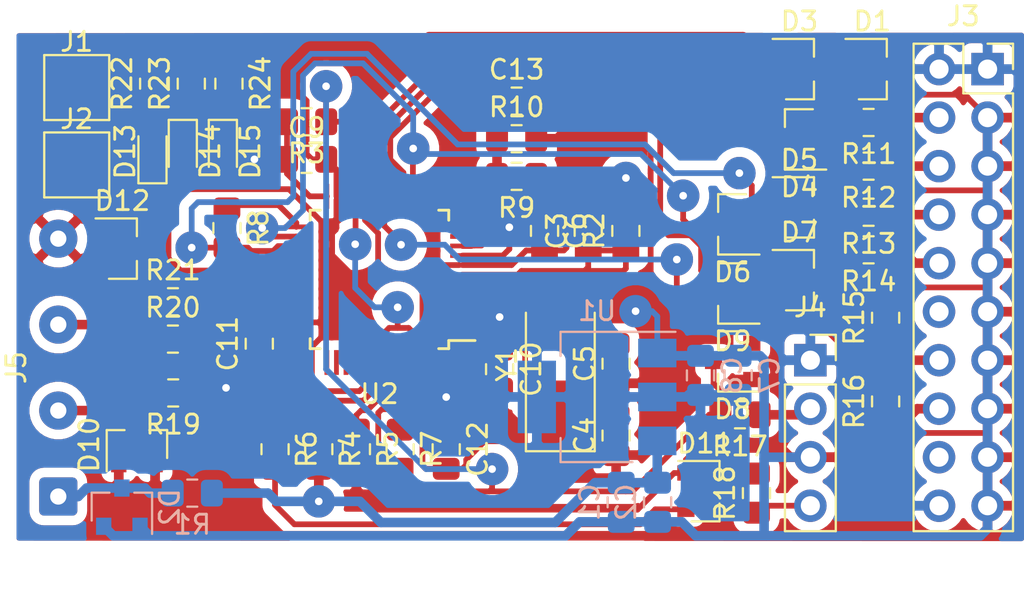
<source format=kicad_pcb>
(kicad_pcb (version 20171130) (host pcbnew 5.1.6-c6e7f7d~87~ubuntu18.04.1)
  (layers (0 F.Cu signal) (31 B.Cu signal) (34 B.Paste user) (35 F.Paste user) (36 B.SilkS user) (37 F.SilkS user) (38 B.Mask user) (39 F.Mask user) (44 Edge.Cuts user))
  (net 0 "")
  (net 1 GND)
  (net 2 "Net-(C3-Pad1)")
  (net 3 "Net-(C4-Pad2)")
  (net 4 "Net-(C5-Pad2)")
  (net 5 +3V3)
  (net 6 "Net-(C13-Pad1)")
  (net 7 "Net-(J2-Pad1)")
  (net 8 "Net-(J3-Pad17)")
  (net 9 "Net-(J3-Pad15)")
  (net 10 "Net-(J3-Pad13)")
  (net 11 "Net-(J3-Pad11)")
  (net 12 "Net-(J3-Pad9)")
  (net 13 "Net-(J3-Pad7)")
  (net 14 "Net-(J3-Pad5)")
  (net 15 "Net-(J3-Pad3)")
  (net 16 "Net-(J4-Pad4)")
  (net 17 "Net-(J4-Pad2)")
  (net 18 VBUS)
  (net 19 "Net-(R4-Pad1)")
  (net 20 "Net-(R6-Pad1)")
  (net 21 "Net-(R7-Pad1)")
  (net 22 /TCK_SWCLK)
  (net 23 "Net-(R8-Pad1)")
  (net 24 /USBDP)
  (net 25 /USBDM)
  (net 26 "Net-(U2-Pad40)")
  (net 27 "Net-(U2-Pad39)")
  (net 28 "Net-(U2-Pad38)")
  (net 29 "Net-(U2-Pad37)")
  (net 30 "Net-(U2-Pad34)")
  (net 31 "Net-(U2-Pad29)")
  (net 32 "Net-(U2-Pad28)")
  (net 33 /TRST)
  (net 34 /NRST)
  (net 35 /TDI)
  (net 36 /TDO_SWO)
  (net 37 "Net-(U2-Pad14)")
  (net 38 "Net-(U2-Pad13)")
  (net 39 "Net-(U2-Pad12)")
  (net 40 "Net-(U2-Pad11)")
  (net 41 "Net-(U2-Pad4)")
  (net 42 "Net-(U2-Pad3)")
  (net 43 "Net-(U2-Pad2)")
  (net 44 /SWIMM_RST)
  (net 45 /SWIMM_DATA)
  (net 46 "Net-(D10-Pad1)")
  (net 47 "Net-(D12-Pad1)")
  (net 48 /TMS_SWDIO)
  (net 49 "Net-(D2-Pad1)")
  (net 50 "Net-(D13-Pad2)")
  (net 51 "Net-(D14-Pad1)")
  (net 52 /LED)
  (net 53 "Net-(D15-Pad1)")
  (module Connector_Wire:SolderWire-0.25sqmm_1x04_P4.5mm_D0.65mm_OD2mm (layer F.Cu) (at 110.1344 59.7154 90)
    (fp_text reference J5 (at 6.75 -2.2 90) (layer F.SilkS))
    (fp_text value Conn_01x04)
    (pad 4 thru_hole circle (at 13.5 0 90) (size 2 2) (drill 0.85) (layers *.Cu *.Mask) (net 1 GND))
    (pad 3 thru_hole circle (at 9 0 90) (size 2 2) (drill 0.85) (layers *.Cu *.Mask) (net 47 "Net-(D12-Pad1)"))
    (pad 2 thru_hole circle (at 4.5 0 90) (size 2 2) (drill 0.85) (layers *.Cu *.Mask) (net 46 "Net-(D10-Pad1)"))
    (pad 1 thru_hole roundrect (at 0 0 90) (size 2 2) (drill 0.85) (layers *.Cu *.Mask) (roundrect_rratio 0.125) (net 49 "Net-(D2-Pad1)"))
  )
  (module micro:PinSocket_2x10_P2.54mm_Vertical (layer F.Cu) (at 158.75 37.338)
    (fp_text reference J3 (at -1.27 -2.77) (layer F.SilkS))
    (fp_text value JTAG)
    (pad 2 thru_hole rect (at 0 0) (size 1.7 1.7) (drill 1) (layers *.Cu *.Mask) (net 5 +3V3))
    (pad 1 thru_hole oval (at -2.54 0) (size 1.7 1.7) (drill 1) (layers *.Cu *.Mask) (net 5 +3V3))
    (pad 4 thru_hole oval (at 0 2.54) (size 1.7 1.7) (drill 1) (layers *.Cu *.Mask) (net 1 GND))
    (pad 3 thru_hole oval (at -2.54 2.54) (size 1.7 1.7) (drill 1) (layers *.Cu *.Mask) (net 15 "Net-(J3-Pad3)"))
    (pad 6 thru_hole oval (at 0 5.08) (size 1.7 1.7) (drill 1) (layers *.Cu *.Mask) (net 1 GND))
    (pad 5 thru_hole oval (at -2.54 5.08) (size 1.7 1.7) (drill 1) (layers *.Cu *.Mask) (net 14 "Net-(J3-Pad5)"))
    (pad 8 thru_hole oval (at 0 7.62) (size 1.7 1.7) (drill 1) (layers *.Cu *.Mask) (net 1 GND))
    (pad 7 thru_hole oval (at -2.54 7.62) (size 1.7 1.7) (drill 1) (layers *.Cu *.Mask) (net 13 "Net-(J3-Pad7)"))
    (pad 10 thru_hole oval (at 0 10.16) (size 1.7 1.7) (drill 1) (layers *.Cu *.Mask) (net 1 GND))
    (pad 9 thru_hole oval (at -2.54 10.16) (size 1.7 1.7) (drill 1) (layers *.Cu *.Mask) (net 12 "Net-(J3-Pad9)"))
    (pad 12 thru_hole oval (at 0 12.7) (size 1.7 1.7) (drill 1) (layers *.Cu *.Mask) (net 1 GND))
    (pad 11 thru_hole oval (at -2.54 12.7) (size 1.7 1.7) (drill 1) (layers *.Cu *.Mask) (net 11 "Net-(J3-Pad11)"))
    (pad 14 thru_hole oval (at 0 15.24) (size 1.7 1.7) (drill 1) (layers *.Cu *.Mask) (net 1 GND))
    (pad 13 thru_hole oval (at -2.54 15.24) (size 1.7 1.7) (drill 1) (layers *.Cu *.Mask) (net 10 "Net-(J3-Pad13)"))
    (pad 16 thru_hole oval (at 0 17.78) (size 1.7 1.7) (drill 1) (layers *.Cu *.Mask) (net 1 GND))
    (pad 15 thru_hole oval (at -2.54 17.78) (size 1.7 1.7) (drill 1) (layers *.Cu *.Mask) (net 9 "Net-(J3-Pad15)"))
    (pad 18 thru_hole oval (at 0 20.32) (size 1.7 1.7) (drill 1) (layers *.Cu *.Mask) (net 1 GND))
    (pad 17 thru_hole oval (at -2.54 20.32) (size 1.7 1.7) (drill 1) (layers *.Cu *.Mask) (net 8 "Net-(J3-Pad17)"))
    (pad 20 thru_hole oval (at 0 22.86) (size 1.7 1.7) (drill 1) (layers *.Cu *.Mask) (net 1 GND))
    (pad 19 thru_hole oval (at -2.54 22.86) (size 1.7 1.7) (drill 1) (layers *.Cu *.Mask) (net 5 +3V3))
  )
  (module Resistor_SMD:R_0805_2012Metric_Pad1.15x1.40mm_HandSolder (layer F.Cu) (at 119.0625 38.1 270)
    (fp_text reference R24 (at 0 -1.65 90) (layer F.SilkS))
    (fp_text value 100)
    (pad 2 smd roundrect (at 1.025 0 270) (size 1.15 1.4) (layers F.Cu F.Paste F.Mask) (roundrect_rratio 0.217391) (net 53 "Net-(D15-Pad1)"))
    (pad 1 smd roundrect (at -1.025 0 270) (size 1.15 1.4) (layers F.Cu F.Paste F.Mask) (roundrect_rratio 0.217391) (net 1 GND))
  )
  (module Resistor_SMD:R_0805_2012Metric_Pad1.15x1.40mm_HandSolder (layer F.Cu) (at 117.094 38.1 90)
    (fp_text reference R23 (at 0 -1.65 90) (layer F.SilkS))
    (fp_text value 100)
    (pad 2 smd roundrect (at 1.025 0 90) (size 1.15 1.4) (layers F.Cu F.Paste F.Mask) (roundrect_rratio 0.217391) (net 52 /LED))
    (pad 1 smd roundrect (at -1.025 0 90) (size 1.15 1.4) (layers F.Cu F.Paste F.Mask) (roundrect_rratio 0.217391) (net 51 "Net-(D14-Pad1)"))
  )
  (module Resistor_SMD:R_0805_2012Metric_Pad1.15x1.40mm_HandSolder (layer F.Cu) (at 115.1255 38.1 90)
    (fp_text reference R22 (at 0 -1.65 90) (layer F.SilkS))
    (fp_text value 100)
    (pad 2 smd roundrect (at 1.025 0 90) (size 1.15 1.4) (layers F.Cu F.Paste F.Mask) (roundrect_rratio 0.217391) (net 52 /LED))
    (pad 1 smd roundrect (at -1.025 0 90) (size 1.15 1.4) (layers F.Cu F.Paste F.Mask) (roundrect_rratio 0.217391) (net 50 "Net-(D13-Pad2)"))
  )
  (module LED_SMD:LED_0603_1608Metric_Pad1.05x0.95mm_HandSolder (layer F.Cu) (at 118.745 41.656 270)
    (fp_text reference D15 (at 0 -1.43 90) (layer F.SilkS))
    (fp_text value red)
    (pad 2 smd roundrect (at 0.875 0 270) (size 1.05 0.95) (layers F.Cu F.Paste F.Mask) (net 5 +3V3))
    (pad 1 smd roundrect (at -0.875 0 270) (size 1.05 0.95) (layers F.Cu F.Paste F.Mask) (net 53 "Net-(D15-Pad1)"))
  )
  (module LED_SMD:LED_0603_1608Metric_Pad1.05x0.95mm_HandSolder (layer F.Cu) (at 116.6495 41.656 270)
    (fp_text reference D14 (at 0 -1.43 90) (layer F.SilkS))
    (fp_text value green)
    (pad 2 smd roundrect (at 0.875 0 270) (size 1.05 0.95) (layers F.Cu F.Paste F.Mask) (net 5 +3V3))
    (pad 1 smd roundrect (at -0.875 0 270) (size 1.05 0.95) (layers F.Cu F.Paste F.Mask) (net 51 "Net-(D14-Pad1)"))
  )
  (module LED_SMD:LED_0603_1608Metric_Pad1.05x0.95mm_HandSolder (layer F.Cu) (at 115.062 41.656 90)
    (fp_text reference D13 (at 0 -1.43 90) (layer F.SilkS))
    (fp_text value red)
    (pad 2 smd roundrect (at 0.875 0 90) (size 1.05 0.95) (layers F.Cu F.Paste F.Mask) (net 50 "Net-(D13-Pad2)"))
    (pad 1 smd roundrect (at -0.875 0 90) (size 1.05 0.95) (layers F.Cu F.Paste F.Mask) (net 1 GND))
  )
  (module TestPoint:TestPoint_Pad_3.0x3.0mm (layer F.Cu) (at 111.0996 42.3545)
    (fp_text reference J2 (at 0 -2.398) (layer F.SilkS))
    (fp_text value RX)
    (pad 1 smd rect (at 0 0) (size 3 3) (layers F.Cu F.Mask) (net 7 "Net-(J2-Pad1)"))
  )
  (module TestPoint:TestPoint_Pad_3.0x3.0mm (layer F.Cu) (at 111.0996 38.3032)
    (fp_text reference J1 (at 0 -2.398) (layer F.SilkS))
    (fp_text value TX)
    (pad 1 smd rect (at 0 0) (size 3 3) (layers F.Cu F.Mask) (net 52 /LED))
  )
  (module Resistor_SMD:R_0805_2012Metric_Pad1.15x1.40mm_HandSolder (layer F.Cu) (at 116.14658 54.2925 180)
    (fp_text reference R19 (at 0 -1.65) (layer F.SilkS))
    (fp_text value 100k)
    (pad 2 smd roundrect (at 1.025 0 180) (size 1.15 1.4) (layers F.Cu F.Paste F.Mask) (roundrect_rratio 0.217391) (net 24 /USBDP))
    (pad 1 smd roundrect (at -1.025 0 180) (size 1.15 1.4) (layers F.Cu F.Paste F.Mask) (roundrect_rratio 0.217391) (net 5 +3V3))
  )
  (module Crystal:Crystal_SMD_5032-2Pin_5.0x3.2mm_HandSoldering (layer F.Cu) (at 136.398 52.7939 90)
    (fp_text reference Y1 (at 0 -2.8 90) (layer F.SilkS))
    (fp_text value 8M)
    (pad 2 smd rect (at 2.6 0 90) (size 3.5 2.4) (layers F.Cu F.Paste F.Mask) (net 4 "Net-(C5-Pad2)"))
    (pad 1 smd rect (at -2.6 0 90) (size 3.5 2.4) (layers F.Cu F.Paste F.Mask) (net 3 "Net-(C4-Pad2)"))
  )
  (module Diode_SMD:D_SOT-23_ANK (layer F.Cu) (at 148.9075 44.577)
    (fp_text reference D5 (at 0 -2.5) (layer F.SilkS))
    (fp_text value BZX84-C5V1)
    (pad 1 smd rect (at 1 0) (size 0.9 0.8) (layers F.Cu F.Paste F.Mask) (net 48 /TMS_SWDIO))
    (pad "" smd rect (at -1 0.95) (size 0.9 0.8) (layers F.Cu F.Paste F.Mask))
    (pad 2 smd rect (at -1 -0.95) (size 0.9 0.8) (layers F.Cu F.Paste F.Mask) (net 1 GND))
  )
  (module Package_QFP:TQFP-48_7x7mm_P0.5mm (layer F.Cu) (at 126.9365 48.3489 180)
    (fp_text reference U2 (at 0 -6) (layer F.SilkS))
    (fp_text value STM32F103C8Tx)
    (pad 48 smd rect (at -2.75 -4.35 270) (size 1.3 0.25) (layers F.Cu F.Paste F.Mask) (net 5 +3V3))
    (pad 47 smd rect (at -2.25 -4.35 270) (size 1.3 0.25) (layers F.Cu F.Paste F.Mask) (net 1 GND))
    (pad 46 smd rect (at -1.75 -4.35 270) (size 1.3 0.25) (layers F.Cu F.Paste F.Mask) (net 21 "Net-(R7-Pad1)"))
    (pad 45 smd rect (at -1.25 -4.35 270) (size 1.3 0.25) (layers F.Cu F.Paste F.Mask) (net 45 /SWIMM_DATA))
    (pad 44 smd rect (at -0.75 -4.35 270) (size 1.3 0.25) (layers F.Cu F.Paste F.Mask) (net 19 "Net-(R4-Pad1)"))
    (pad 43 smd rect (at -0.25 -4.35 270) (size 1.3 0.25) (layers F.Cu F.Paste F.Mask) (net 21 "Net-(R7-Pad1)"))
    (pad 42 smd rect (at 0.25 -4.35 270) (size 1.3 0.25) (layers F.Cu F.Paste F.Mask) (net 44 /SWIMM_RST))
    (pad 41 smd rect (at 0.75 -4.35 270) (size 1.3 0.25) (layers F.Cu F.Paste F.Mask) (net 20 "Net-(R6-Pad1)"))
    (pad 40 smd rect (at 1.25 -4.35 270) (size 1.3 0.25) (layers F.Cu F.Paste F.Mask) (net 26 "Net-(U2-Pad40)"))
    (pad 39 smd rect (at 1.75 -4.35 270) (size 1.3 0.25) (layers F.Cu F.Paste F.Mask) (net 27 "Net-(U2-Pad39)"))
    (pad 38 smd rect (at 2.25 -4.35 270) (size 1.3 0.25) (layers F.Cu F.Paste F.Mask) (net 28 "Net-(U2-Pad38)"))
    (pad 37 smd rect (at 2.75 -4.35 270) (size 1.3 0.25) (layers F.Cu F.Paste F.Mask) (net 29 "Net-(U2-Pad37)"))
    (pad 36 smd rect (at 4.35 -2.75 180) (size 1.3 0.25) (layers F.Cu F.Paste F.Mask) (net 5 +3V3))
    (pad 35 smd rect (at 4.35 -2.25 180) (size 1.3 0.25) (layers F.Cu F.Paste F.Mask) (net 1 GND))
    (pad 34 smd rect (at 4.35 -1.75 180) (size 1.3 0.25) (layers F.Cu F.Paste F.Mask) (net 30 "Net-(U2-Pad34)"))
    (pad 33 smd rect (at 4.35 -1.25 180) (size 1.3 0.25) (layers F.Cu F.Paste F.Mask) (net 24 /USBDP))
    (pad 32 smd rect (at 4.35 -0.75 180) (size 1.3 0.25) (layers F.Cu F.Paste F.Mask) (net 25 /USBDM))
    (pad 31 smd rect (at 4.35 -0.25 180) (size 1.3 0.25) (layers F.Cu F.Paste F.Mask) (net 7 "Net-(J2-Pad1)"))
    (pad 30 smd rect (at 4.35 0.25 180) (size 1.3 0.25) (layers F.Cu F.Paste F.Mask) (net 52 /LED))
    (pad 29 smd rect (at 4.35 0.75 180) (size 1.3 0.25) (layers F.Cu F.Paste F.Mask) (net 31 "Net-(U2-Pad29)"))
    (pad 28 smd rect (at 4.35 1.25 180) (size 1.3 0.25) (layers F.Cu F.Paste F.Mask) (net 32 "Net-(U2-Pad28)"))
    (pad 27 smd rect (at 4.35 1.75 180) (size 1.3 0.25) (layers F.Cu F.Paste F.Mask) (net 48 /TMS_SWDIO))
    (pad 26 smd rect (at 4.35 2.25 180) (size 1.3 0.25) (layers F.Cu F.Paste F.Mask) (net 22 /TCK_SWCLK))
    (pad 25 smd rect (at 4.35 2.75 180) (size 1.3 0.25) (layers F.Cu F.Paste F.Mask) (net 23 "Net-(R8-Pad1)"))
    (pad 24 smd rect (at 2.75 4.35 270) (size 1.3 0.25) (layers F.Cu F.Paste F.Mask) (net 5 +3V3))
    (pad 23 smd rect (at 2.25 4.35 270) (size 1.3 0.25) (layers F.Cu F.Paste F.Mask) (net 1 GND))
    (pad 22 smd rect (at 1.75 4.35 270) (size 1.3 0.25) (layers F.Cu F.Paste F.Mask) (net 45 /SWIMM_DATA))
    (pad 21 smd rect (at 1.25 4.35 270) (size 1.3 0.25) (layers F.Cu F.Paste F.Mask) (net 21 "Net-(R7-Pad1)"))
    (pad 20 smd rect (at 0.75 4.35 270) (size 1.3 0.25) (layers F.Cu F.Paste F.Mask) (net 1 GND))
    (pad 19 smd rect (at 0.25 4.35 270) (size 1.3 0.25) (layers F.Cu F.Paste F.Mask) (net 33 /TRST))
    (pad 18 smd rect (at -0.25 4.35 270) (size 1.3 0.25) (layers F.Cu F.Paste F.Mask) (net 34 /NRST))
    (pad 17 smd rect (at -0.75 4.35 270) (size 1.3 0.25) (layers F.Cu F.Paste F.Mask) (net 35 /TDI))
    (pad 16 smd rect (at -1.25 4.35 270) (size 1.3 0.25) (layers F.Cu F.Paste F.Mask) (net 36 /TDO_SWO))
    (pad 15 smd rect (at -1.75 4.35 270) (size 1.3 0.25) (layers F.Cu F.Paste F.Mask) (net 22 /TCK_SWCLK))
    (pad 14 smd rect (at -2.25 4.35 270) (size 1.3 0.25) (layers F.Cu F.Paste F.Mask) (net 37 "Net-(U2-Pad14)"))
    (pad 13 smd rect (at -2.75 4.35 270) (size 1.3 0.25) (layers F.Cu F.Paste F.Mask) (net 38 "Net-(U2-Pad13)"))
    (pad 12 smd rect (at -4.35 2.75 180) (size 1.3 0.25) (layers F.Cu F.Paste F.Mask) (net 39 "Net-(U2-Pad12)"))
    (pad 11 smd rect (at -4.35 2.25 180) (size 1.3 0.25) (layers F.Cu F.Paste F.Mask) (net 40 "Net-(U2-Pad11)"))
    (pad 10 smd rect (at -4.35 1.75 180) (size 1.3 0.25) (layers F.Cu F.Paste F.Mask) (net 6 "Net-(C13-Pad1)"))
    (pad 9 smd rect (at -4.35 1.25 180) (size 1.3 0.25) (layers F.Cu F.Paste F.Mask) (net 5 +3V3))
    (pad 8 smd rect (at -4.35 0.75 180) (size 1.3 0.25) (layers F.Cu F.Paste F.Mask) (net 1 GND))
    (pad 7 smd rect (at -4.35 0.25 180) (size 1.3 0.25) (layers F.Cu F.Paste F.Mask) (net 2 "Net-(C3-Pad1)"))
    (pad 6 smd rect (at -4.35 -0.25 180) (size 1.3 0.25) (layers F.Cu F.Paste F.Mask) (net 4 "Net-(C5-Pad2)"))
    (pad 5 smd rect (at -4.35 -0.75 180) (size 1.3 0.25) (layers F.Cu F.Paste F.Mask) (net 3 "Net-(C4-Pad2)"))
    (pad 4 smd rect (at -4.35 -1.25 180) (size 1.3 0.25) (layers F.Cu F.Paste F.Mask) (net 41 "Net-(U2-Pad4)"))
    (pad 3 smd rect (at -4.35 -1.75 180) (size 1.3 0.25) (layers F.Cu F.Paste F.Mask) (net 42 "Net-(U2-Pad3)"))
    (pad 2 smd rect (at -4.35 -2.25 180) (size 1.3 0.25) (layers F.Cu F.Paste F.Mask) (net 43 "Net-(U2-Pad2)"))
    (pad 1 smd rect (at -4.35 -2.75 180) (size 1.3 0.25) (layers F.Cu F.Paste F.Mask) (net 5 +3V3))
  )
  (module Resistor_SMD:R_0805_2012Metric_Pad1.15x1.40mm_HandSolder (layer F.Cu) (at 152.527 44.831 180)
    (fp_text reference R13 (at 0 -1.65) (layer F.SilkS))
    (fp_text value 75)
    (pad 2 smd roundrect (at 1.025 0 180) (size 1.15 1.4) (layers F.Cu F.Paste F.Mask) (roundrect_rratio 0.217391) (net 48 /TMS_SWDIO))
    (pad 1 smd roundrect (at -1.025 0 180) (size 1.15 1.4) (layers F.Cu F.Paste F.Mask) (roundrect_rratio 0.217391) (net 13 "Net-(J3-Pad7)"))
  )
  (module Diode_SMD:D_SOT-23_ANK (layer F.Cu) (at 113.4872 46.736)
    (fp_text reference D12 (at 0 -2.5) (layer F.SilkS))
    (fp_text value BZX84-C5V1)
    (pad 1 smd rect (at 1 0) (size 0.9 0.8) (layers F.Cu F.Paste F.Mask) (net 47 "Net-(D12-Pad1)"))
    (pad "" smd rect (at -1 0.95) (size 0.9 0.8) (layers F.Cu F.Paste F.Mask) (net 1 GND))
    (pad 2 smd rect (at -1 -0.95) (size 0.9 0.8) (layers F.Cu F.Paste F.Mask) (net 1 GND))
  )
  (module Diode_SMD:D_SOT-23_ANK (layer F.Cu) (at 143.9672 59.436)
    (fp_text reference D11 (at 0 -2.5) (layer F.SilkS))
    (fp_text value BZX84-C5V1)
    (pad 1 smd rect (at 1 0) (size 0.9 0.8) (layers F.Cu F.Paste F.Mask) (net 44 /SWIMM_RST))
    (pad "" smd rect (at -1 0.95) (size 0.9 0.8) (layers F.Cu F.Paste F.Mask))
    (pad 2 smd rect (at -1 -0.95) (size 0.9 0.8) (layers F.Cu F.Paste F.Mask) (net 1 GND))
  )
  (module Diode_SMD:D_SOT-23_ANK (layer F.Cu) (at 114.2492 56.9976 90)
    (fp_text reference D10 (at 0 -2.5 90) (layer F.SilkS))
    (fp_text value BZX84-C5V1)
    (pad 1 smd rect (at 1 0 90) (size 0.9 0.8) (layers F.Cu F.Paste F.Mask) (net 46 "Net-(D10-Pad1)"))
    (pad "" smd rect (at -1 0.95 90) (size 0.9 0.8) (layers F.Cu F.Paste F.Mask) (net 1 GND))
    (pad 2 smd rect (at -1 -0.95 90) (size 0.9 0.8) (layers F.Cu F.Paste F.Mask) (net 1 GND))
  )
  (module Diode_SMD:D_SOT-23_ANK (layer F.Cu) (at 145.415 49.0855 180)
    (fp_text reference D9 (at 0 -2.5) (layer F.SilkS))
    (fp_text value BZX84-C5V1)
    (pad 1 smd rect (at 1 0 180) (size 0.9 0.8) (layers F.Cu F.Paste F.Mask) (net 34 /NRST))
    (pad "" smd rect (at -1 0.95 180) (size 0.9 0.8) (layers F.Cu F.Paste F.Mask))
    (pad 2 smd rect (at -1 -0.95 180) (size 0.9 0.8) (layers F.Cu F.Paste F.Mask) (net 1 GND))
  )
  (module Diode_SMD:D_SOT-23_ANK (layer F.Cu) (at 145.415 52.6415 180)
    (fp_text reference D8 (at 0 -2.5) (layer F.SilkS))
    (fp_text value BZX84-C5V1)
    (pad 1 smd rect (at 1 0 180) (size 0.9 0.8) (layers F.Cu F.Paste F.Mask) (net 45 /SWIMM_DATA))
    (pad "" smd rect (at -1 0.95 180) (size 0.9 0.8) (layers F.Cu F.Paste F.Mask))
    (pad 2 smd rect (at -1 -0.95 180) (size 0.9 0.8) (layers F.Cu F.Paste F.Mask) (net 1 GND))
  )
  (module Diode_SMD:D_SOT-23_ANK (layer F.Cu) (at 148.9075 48.387)
    (fp_text reference D7 (at 0 -2.5) (layer F.SilkS))
    (fp_text value BZX84-C5V1)
    (pad 1 smd rect (at 1 0) (size 0.9 0.8) (layers F.Cu F.Paste F.Mask) (net 36 /TDO_SWO))
    (pad "" smd rect (at -1 0.95) (size 0.9 0.8) (layers F.Cu F.Paste F.Mask) (net 34 /NRST))
    (pad 2 smd rect (at -1 -0.95) (size 0.9 0.8) (layers F.Cu F.Paste F.Mask) (net 1 GND))
  )
  (module Diode_SMD:D_SOT-23_ANK (layer F.Cu) (at 145.415 45.466 180)
    (fp_text reference D6 (at 0 -2.5) (layer F.SilkS))
    (fp_text value BZX84-C5V1)
    (pad 1 smd rect (at 1 0 180) (size 0.9 0.8) (layers F.Cu F.Paste F.Mask) (net 22 /TCK_SWCLK))
    (pad "" smd rect (at -1 0.95 180) (size 0.9 0.8) (layers F.Cu F.Paste F.Mask))
    (pad 2 smd rect (at -1 -0.95 180) (size 0.9 0.8) (layers F.Cu F.Paste F.Mask) (net 1 GND))
  )
  (module Diode_SMD:D_SOT-23_ANK (layer F.Cu) (at 148.9075 41.0185 180)
    (fp_text reference D4 (at 0 -2.5) (layer F.SilkS))
    (fp_text value BZX84-C5V1)
    (pad 1 smd rect (at 1 0 180) (size 0.9 0.8) (layers F.Cu F.Paste F.Mask) (net 35 /TDI))
    (pad "" smd rect (at -1 0.95 180) (size 0.9 0.8) (layers F.Cu F.Paste F.Mask))
    (pad 2 smd rect (at -1 -0.95 180) (size 0.9 0.8) (layers F.Cu F.Paste F.Mask) (net 1 GND))
  )
  (module Diode_SMD:D_SOT-23_ANK (layer F.Cu) (at 148.9075 37.338)
    (fp_text reference D3 (at 0 -2.5) (layer F.SilkS))
    (fp_text value BZX84-C5V1)
    (pad 1 smd rect (at 1 0) (size 0.9 0.8) (layers F.Cu F.Paste F.Mask) (net 33 /TRST))
    (pad "" smd rect (at -1 0.95) (size 0.9 0.8) (layers F.Cu F.Paste F.Mask))
    (pad 2 smd rect (at -1 -0.95) (size 0.9 0.8) (layers F.Cu F.Paste F.Mask) (net 1 GND))
  )
  (module Diode_SMD:D_SOT-23_ANK (layer B.Cu) (at 113.4618 60.2742 90)
    (fp_text reference D2 (at 0 2.5 270) (layer B.SilkS) (effects (justify mirror)))
    (fp_text value BZX84-C5V1)
    (pad 1 smd rect (at 1 0 90) (size 0.9 0.8) (layers B.Cu B.Paste B.Mask) (net 49 "Net-(D2-Pad1)"))
    (pad "" smd rect (at -1 -0.95 90) (size 0.9 0.8) (layers B.Cu B.Paste B.Mask) (net 1 GND))
    (pad 2 smd rect (at -1 0.95 90) (size 0.9 0.8) (layers B.Cu B.Paste B.Mask) (net 1 GND))
  )
  (module Diode_SMD:D_SOT-23_ANK (layer F.Cu) (at 152.7175 37.338)
    (fp_text reference D1 (at 0 -2.5) (layer F.SilkS))
    (fp_text value BZX84-C5V1)
    (pad 1 smd rect (at 1 0) (size 0.9 0.8) (layers F.Cu F.Paste F.Mask) (net 5 +3V3))
    (pad "" smd rect (at -1 0.95) (size 0.9 0.8) (layers F.Cu F.Paste F.Mask))
    (pad 2 smd rect (at -1 -0.95) (size 0.9 0.8) (layers F.Cu F.Paste F.Mask) (net 1 GND))
  )
  (module Package_TO_SOT_SMD:SOT-223-3_TabPin2 (layer B.Cu) (at 138.32078 54.50332 180)
    (fp_text reference U1 (at 0 4.5 180) (layer B.SilkS) (effects (justify mirror)))
    (fp_text value AZ1117-3.3)
    (pad 1 smd rect (at -3.15 2.3 180) (size 2 1.5) (layers B.Cu B.Paste B.Mask) (net 1 GND))
    (pad 3 smd rect (at -3.15 -2.3 180) (size 2 1.5) (layers B.Cu B.Paste B.Mask) (net 18 VBUS))
    (pad 2 smd rect (at -3.15 0 180) (size 2 1.5) (layers B.Cu B.Paste B.Mask) (net 5 +3V3))
    (pad 2 smd rect (at 3.15 0 180) (size 2 3.8) (layers B.Cu B.Paste B.Mask) (net 5 +3V3))
  )
  (module Resistor_SMD:R_0805_2012Metric_Pad1.15x1.40mm_HandSolder (layer F.Cu) (at 116.13388 49.51984)
    (fp_text reference R21 (at 0 -1.65) (layer F.SilkS))
    (fp_text value 75)
    (pad 2 smd roundrect (at 1.025 0) (size 1.15 1.4) (layers F.Cu F.Paste F.Mask) (roundrect_rratio 0.217391) (net 25 /USBDM))
    (pad 1 smd roundrect (at -1.025 0) (size 1.15 1.4) (layers F.Cu F.Paste F.Mask) (roundrect_rratio 0.217391) (net 47 "Net-(D12-Pad1)"))
  )
  (module Resistor_SMD:R_0805_2012Metric_Pad1.15x1.40mm_HandSolder (layer F.Cu) (at 116.13134 51.4731)
    (fp_text reference R20 (at 0 -1.65) (layer F.SilkS))
    (fp_text value 75)
    (pad 2 smd roundrect (at 1.025 0) (size 1.15 1.4) (layers F.Cu F.Paste F.Mask) (roundrect_rratio 0.217391) (net 24 /USBDP))
    (pad 1 smd roundrect (at -1.025 0) (size 1.15 1.4) (layers F.Cu F.Paste F.Mask) (roundrect_rratio 0.217391) (net 46 "Net-(D10-Pad1)"))
  )
  (module Resistor_SMD:R_0805_2012Metric_Pad1.15x1.40mm_HandSolder (layer F.Cu) (at 146.6596 59.5376 90)
    (fp_text reference R18 (at 0 -1.65 90) (layer F.SilkS))
    (fp_text value 75)
    (pad 2 smd roundrect (at 1.025 0 90) (size 1.15 1.4) (layers F.Cu F.Paste F.Mask) (roundrect_rratio 0.217391) (net 44 /SWIMM_RST))
    (pad 1 smd roundrect (at -1.025 0 90) (size 1.15 1.4) (layers F.Cu F.Paste F.Mask) (roundrect_rratio 0.217391) (net 16 "Net-(J4-Pad4)"))
  )
  (module Resistor_SMD:R_0805_2012Metric_Pad1.15x1.40mm_HandSolder (layer F.Cu) (at 145.796 55.4355 180)
    (fp_text reference R17 (at 0 -1.65) (layer F.SilkS))
    (fp_text value 75)
    (pad 2 smd roundrect (at 1.025 0 180) (size 1.15 1.4) (layers F.Cu F.Paste F.Mask) (roundrect_rratio 0.217391) (net 45 /SWIMM_DATA))
    (pad 1 smd roundrect (at -1.025 0 180) (size 1.15 1.4) (layers F.Cu F.Paste F.Mask) (roundrect_rratio 0.217391) (net 17 "Net-(J4-Pad2)"))
  )
  (module Resistor_SMD:R_0805_2012Metric_Pad1.15x1.40mm_HandSolder (layer F.Cu) (at 153.416 54.737 90)
    (fp_text reference R16 (at 0 -1.65 90) (layer F.SilkS))
    (fp_text value 75)
    (pad 2 smd roundrect (at 1.025 0 90) (size 1.15 1.4) (layers F.Cu F.Paste F.Mask) (roundrect_rratio 0.217391) (net 34 /NRST))
    (pad 1 smd roundrect (at -1.025 0 90) (size 1.15 1.4) (layers F.Cu F.Paste F.Mask) (roundrect_rratio 0.217391) (net 9 "Net-(J3-Pad15)"))
  )
  (module Resistor_SMD:R_0805_2012Metric_Pad1.15x1.40mm_HandSolder (layer F.Cu) (at 153.416 50.3555 90)
    (fp_text reference R15 (at 0 -1.65 90) (layer F.SilkS))
    (fp_text value 75)
    (pad 2 smd roundrect (at 1.025 0 90) (size 1.15 1.4) (layers F.Cu F.Paste F.Mask) (roundrect_rratio 0.217391) (net 36 /TDO_SWO))
    (pad 1 smd roundrect (at -1.025 0 90) (size 1.15 1.4) (layers F.Cu F.Paste F.Mask) (roundrect_rratio 0.217391) (net 10 "Net-(J3-Pad13)"))
  )
  (module Resistor_SMD:R_0805_2012Metric_Pad1.15x1.40mm_HandSolder (layer F.Cu) (at 152.527 46.7995 180)
    (fp_text reference R14 (at 0 -1.65) (layer F.SilkS))
    (fp_text value 75)
    (pad 2 smd roundrect (at 1.025 0 180) (size 1.15 1.4) (layers F.Cu F.Paste F.Mask) (roundrect_rratio 0.217391) (net 22 /TCK_SWCLK))
    (pad 1 smd roundrect (at -1.025 0 180) (size 1.15 1.4) (layers F.Cu F.Paste F.Mask) (roundrect_rratio 0.217391) (net 12 "Net-(J3-Pad9)"))
  )
  (module Resistor_SMD:R_0805_2012Metric_Pad1.15x1.40mm_HandSolder (layer F.Cu) (at 152.527 42.418 180)
    (fp_text reference R12 (at 0 -1.65) (layer F.SilkS))
    (fp_text value 75)
    (pad 2 smd roundrect (at 1.025 0 180) (size 1.15 1.4) (layers F.Cu F.Paste F.Mask) (roundrect_rratio 0.217391) (net 35 /TDI))
    (pad 1 smd roundrect (at -1.025 0 180) (size 1.15 1.4) (layers F.Cu F.Paste F.Mask) (roundrect_rratio 0.217391) (net 14 "Net-(J3-Pad5)"))
  )
  (module Resistor_SMD:R_0805_2012Metric_Pad1.15x1.40mm_HandSolder (layer F.Cu) (at 152.527 40.132 180)
    (fp_text reference R11 (at 0 -1.65) (layer F.SilkS))
    (fp_text value 75)
    (pad 2 smd roundrect (at 1.025 0 180) (size 1.15 1.4) (layers F.Cu F.Paste F.Mask) (roundrect_rratio 0.217391) (net 33 /TRST))
    (pad 1 smd roundrect (at -1.025 0 180) (size 1.15 1.4) (layers F.Cu F.Paste F.Mask) (roundrect_rratio 0.217391) (net 15 "Net-(J3-Pad3)"))
  )
  (module Resistor_SMD:R_0805_2012Metric_Pad1.15x1.40mm_HandSolder (layer F.Cu) (at 134.112 40.9829)
    (fp_text reference R10 (at 0 -1.65) (layer F.SilkS))
    (fp_text value 100k)
    (pad 2 smd roundrect (at 1.025 0) (size 1.15 1.4) (layers F.Cu F.Paste F.Mask) (roundrect_rratio 0.217391) (net 1 GND))
    (pad 1 smd roundrect (at -1.025 0) (size 1.15 1.4) (layers F.Cu F.Paste F.Mask) (roundrect_rratio 0.217391) (net 6 "Net-(C13-Pad1)"))
  )
  (module Resistor_SMD:R_0805_2012Metric_Pad1.15x1.40mm_HandSolder (layer F.Cu) (at 134.112 42.9514 180)
    (fp_text reference R9 (at 0 -1.65) (layer F.SilkS))
    (fp_text value 100k)
    (pad 2 smd roundrect (at 1.025 0 180) (size 1.15 1.4) (layers F.Cu F.Paste F.Mask) (roundrect_rratio 0.217391) (net 6 "Net-(C13-Pad1)"))
    (pad 1 smd roundrect (at -1.025 0 180) (size 1.15 1.4) (layers F.Cu F.Paste F.Mask) (roundrect_rratio 0.217391) (net 5 +3V3))
  )
  (module Resistor_SMD:R_0805_2012Metric_Pad1.15x1.40mm_HandSolder (layer F.Cu) (at 118.95836 45.65904 270)
    (fp_text reference R8 (at 0 -1.65 90) (layer F.SilkS))
    (fp_text value 220)
    (pad 2 smd roundrect (at 1.025 0 270) (size 1.15 1.4) (layers F.Cu F.Paste F.Mask) (roundrect_rratio 0.217391) (net 48 /TMS_SWDIO))
    (pad 1 smd roundrect (at -1.025 0 270) (size 1.15 1.4) (layers F.Cu F.Paste F.Mask) (roundrect_rratio 0.217391) (net 23 "Net-(R8-Pad1)"))
  )
  (module Resistor_SMD:R_0805_2012Metric_Pad1.15x1.40mm_HandSolder (layer F.Cu) (at 128.016 57.2389 270)
    (fp_text reference R7 (at 0 -1.65 90) (layer F.SilkS))
    (fp_text value 220)
    (pad 2 smd roundrect (at 1.025 0 270) (size 1.15 1.4) (layers F.Cu F.Paste F.Mask) (roundrect_rratio 0.217391) (net 45 /SWIMM_DATA))
    (pad 1 smd roundrect (at -1.025 0 270) (size 1.15 1.4) (layers F.Cu F.Paste F.Mask) (roundrect_rratio 0.217391) (net 21 "Net-(R7-Pad1)"))
  )
  (module Resistor_SMD:R_0805_2012Metric_Pad1.15x1.40mm_HandSolder (layer F.Cu) (at 121.4755 57.2389 270)
    (fp_text reference R6 (at 0 -1.65 90) (layer F.SilkS))
    (fp_text value 220)
    (pad 2 smd roundrect (at 1.025 0 270) (size 1.15 1.4) (layers F.Cu F.Paste F.Mask) (roundrect_rratio 0.217391) (net 44 /SWIMM_RST))
    (pad 1 smd roundrect (at -1.025 0 270) (size 1.15 1.4) (layers F.Cu F.Paste F.Mask) (roundrect_rratio 0.217391) (net 20 "Net-(R6-Pad1)"))
  )
  (module Resistor_SMD:R_0805_2012Metric_Pad1.15x1.40mm_HandSolder (layer F.Cu) (at 125.73 57.2389 270)
    (fp_text reference R5 (at 0 -1.65 90) (layer F.SilkS))
    (fp_text value 100k)
    (pad 2 smd roundrect (at 1.025 0 270) (size 1.15 1.4) (layers F.Cu F.Paste F.Mask) (roundrect_rratio 0.217391) (net 1 GND))
    (pad 1 smd roundrect (at -1.025 0 270) (size 1.15 1.4) (layers F.Cu F.Paste F.Mask) (roundrect_rratio 0.217391) (net 19 "Net-(R4-Pad1)"))
  )
  (module Resistor_SMD:R_0805_2012Metric_Pad1.15x1.40mm_HandSolder (layer F.Cu) (at 123.7615 57.2389 270)
    (fp_text reference R4 (at 0 -1.65 90) (layer F.SilkS))
    (fp_text value 100k)
    (pad 2 smd roundrect (at 1.025 0 270) (size 1.15 1.4) (layers F.Cu F.Paste F.Mask) (roundrect_rratio 0.217391) (net 18 VBUS))
    (pad 1 smd roundrect (at -1.025 0 270) (size 1.15 1.4) (layers F.Cu F.Paste F.Mask) (roundrect_rratio 0.217391) (net 19 "Net-(R4-Pad1)"))
  )
  (module Resistor_SMD:R_0805_2012Metric_Pad1.15x1.40mm_HandSolder (layer F.Cu) (at 123.1265 40.0939 180)
    (fp_text reference R3 (at 0 -1.65) (layer F.SilkS))
    (fp_text value 680)
    (pad 2 smd roundrect (at 1.025 0 180) (size 1.15 1.4) (layers F.Cu F.Paste F.Mask) (roundrect_rratio 0.217391) (net 5 +3V3))
    (pad 1 smd roundrect (at -1.025 0 180) (size 1.15 1.4) (layers F.Cu F.Paste F.Mask) (roundrect_rratio 0.217391) (net 45 /SWIMM_DATA))
  )
  (module Resistor_SMD:R_0805_2012Metric_Pad1.15x1.40mm_HandSolder (layer F.Cu) (at 139.827 45.8089 90)
    (fp_text reference R2 (at 0 -1.65 90) (layer F.SilkS))
    (fp_text value 100k)
    (pad 2 smd roundrect (at 1.025 0 90) (size 1.15 1.4) (layers F.Cu F.Paste F.Mask) (roundrect_rratio 0.217391) (net 5 +3V3))
    (pad 1 smd roundrect (at -1.025 0 90) (size 1.15 1.4) (layers F.Cu F.Paste F.Mask) (roundrect_rratio 0.217391) (net 2 "Net-(C3-Pad1)"))
  )
  (module Resistor_SMD:R_0805_2012Metric_Pad1.15x1.40mm_HandSolder (layer B.Cu) (at 117.1448 59.5376)
    (fp_text reference R1 (at 0 1.65) (layer B.SilkS) (effects (justify mirror)))
    (fp_text value 10)
    (pad 2 smd roundrect (at 1.025 0) (size 1.15 1.4) (layers B.Cu B.Paste B.Mask) (roundrect_rratio 0.217391) (net 18 VBUS))
    (pad 1 smd roundrect (at -1.025 0) (size 1.15 1.4) (layers B.Cu B.Paste B.Mask) (roundrect_rratio 0.217391) (net 49 "Net-(D2-Pad1)"))
  )
  (module Connector_PinSocket_2.54mm:PinSocket_1x04_P2.54mm_Vertical (layer F.Cu) (at 149.479 52.578)
    (fp_text reference J4 (at 0 -2.77) (layer F.SilkS))
    (fp_text value SWIMM)
    (pad 4 thru_hole oval (at 0 7.62) (size 1.7 1.7) (drill 1) (layers *.Cu *.Mask) (net 16 "Net-(J4-Pad4)"))
    (pad 3 thru_hole oval (at 0 5.08) (size 1.7 1.7) (drill 1) (layers *.Cu *.Mask) (net 1 GND))
    (pad 2 thru_hole oval (at 0 2.54) (size 1.7 1.7) (drill 1) (layers *.Cu *.Mask) (net 17 "Net-(J4-Pad2)"))
    (pad 1 thru_hole rect (at 0 0) (size 1.7 1.7) (drill 1) (layers *.Cu *.Mask) (net 5 +3V3))
  )
  (module Capacitor_SMD:C_0805_2012Metric_Pad1.15x1.40mm_HandSolder (layer F.Cu) (at 134.112 39.0144)
    (fp_text reference C13 (at 0 -1.65) (layer F.SilkS))
    (fp_text value 0.1)
    (pad 2 smd roundrect (at 1.025 0) (size 1.15 1.4) (layers F.Cu F.Paste F.Mask) (roundrect_rratio 0.217391) (net 1 GND))
    (pad 1 smd roundrect (at -1.025 0) (size 1.15 1.4) (layers F.Cu F.Paste F.Mask) (roundrect_rratio 0.217391) (net 6 "Net-(C13-Pad1)"))
  )
  (module Capacitor_SMD:C_0805_2012Metric_Pad1.15x1.40mm_HandSolder (layer F.Cu) (at 130.429 57.2389 270)
    (fp_text reference C12 (at 0 -1.65 90) (layer F.SilkS))
    (fp_text value 0.1)
    (pad 2 smd roundrect (at 1.025 0 270) (size 1.15 1.4) (layers F.Cu F.Paste F.Mask) (roundrect_rratio 0.217391) (net 1 GND))
    (pad 1 smd roundrect (at -1.025 0 270) (size 1.15 1.4) (layers F.Cu F.Paste F.Mask) (roundrect_rratio 0.217391) (net 5 +3V3))
  )
  (module Capacitor_SMD:C_0805_2012Metric_Pad1.15x1.40mm_HandSolder (layer F.Cu) (at 120.65 51.7144 90)
    (fp_text reference C11 (at 0 -1.65 90) (layer F.SilkS))
    (fp_text value 0.1)
    (pad 2 smd roundrect (at 1.025 0 90) (size 1.15 1.4) (layers F.Cu F.Paste F.Mask) (roundrect_rratio 0.217391) (net 1 GND))
    (pad 1 smd roundrect (at -1.025 0 90) (size 1.15 1.4) (layers F.Cu F.Paste F.Mask) (roundrect_rratio 0.217391) (net 5 +3V3))
  )
  (module Capacitor_SMD:C_0805_2012Metric_Pad1.15x1.40mm_HandSolder (layer F.Cu) (at 133.223 53.0479 270)
    (fp_text reference C10 (at 0 -1.65 90) (layer F.SilkS))
    (fp_text value 0.1)
    (pad 2 smd roundrect (at 1.025 0 270) (size 1.15 1.4) (layers F.Cu F.Paste F.Mask) (roundrect_rratio 0.217391) (net 1 GND))
    (pad 1 smd roundrect (at -1.025 0 270) (size 1.15 1.4) (layers F.Cu F.Paste F.Mask) (roundrect_rratio 0.217391) (net 5 +3V3))
  )
  (module Capacitor_SMD:C_0805_2012Metric_Pad1.15x1.40mm_HandSolder (layer F.Cu) (at 123.1265 42.0624)
    (fp_text reference C9 (at 0 -1.65) (layer F.SilkS))
    (fp_text value 0.1)
    (pad 2 smd roundrect (at 1.025 0) (size 1.15 1.4) (layers F.Cu F.Paste F.Mask) (roundrect_rratio 0.217391) (net 1 GND))
    (pad 1 smd roundrect (at -1.025 0) (size 1.15 1.4) (layers F.Cu F.Paste F.Mask) (roundrect_rratio 0.217391) (net 5 +3V3))
  )
  (module Capacitor_SMD:C_0805_2012Metric_Pad1.15x1.40mm_HandSolder (layer B.Cu) (at 143.73098 53.37302 90)
    (fp_text reference C8 (at 0 1.65 270) (layer B.SilkS) (effects (justify mirror)))
    (fp_text value 0.1)
    (pad 2 smd roundrect (at 1.025 0 90) (size 1.15 1.4) (layers B.Cu B.Paste B.Mask) (roundrect_rratio 0.217391) (net 1 GND))
    (pad 1 smd roundrect (at -1.025 0 90) (size 1.15 1.4) (layers B.Cu B.Paste B.Mask) (roundrect_rratio 0.217391) (net 5 +3V3))
  )
  (module Capacitor_SMD:C_0805_2012Metric_Pad1.15x1.40mm_HandSolder (layer B.Cu) (at 145.69948 53.37048 90)
    (fp_text reference C7 (at 0 1.65 270) (layer B.SilkS) (effects (justify mirror)))
    (fp_text value 10)
    (pad 2 smd roundrect (at 1.025 0 90) (size 1.15 1.4) (layers B.Cu B.Paste B.Mask) (roundrect_rratio 0.217391) (net 1 GND))
    (pad 1 smd roundrect (at -1.025 0 90) (size 1.15 1.4) (layers B.Cu B.Paste B.Mask) (roundrect_rratio 0.217391) (net 5 +3V3))
  )
  (module Capacitor_SMD:C_0805_2012Metric_Pad1.15x1.40mm_HandSolder (layer F.Cu) (at 135.5725 45.8089 270)
    (fp_text reference C6 (at 0 -1.65 90) (layer F.SilkS))
    (fp_text value 0.1)
    (pad 2 smd roundrect (at 1.025 0 270) (size 1.15 1.4) (layers F.Cu F.Paste F.Mask) (roundrect_rratio 0.217391) (net 1 GND))
    (pad 1 smd roundrect (at -1.025 0 270) (size 1.15 1.4) (layers F.Cu F.Paste F.Mask) (roundrect_rratio 0.217391) (net 5 +3V3))
  )
  (module Capacitor_SMD:C_0805_2012Metric_Pad1.15x1.40mm_HandSolder (layer F.Cu) (at 139.31646 52.76088 90)
    (fp_text reference C5 (at 0 -1.65 90) (layer F.SilkS))
    (fp_text value 22p)
    (pad 2 smd roundrect (at 1.025 0 90) (size 1.15 1.4) (layers F.Cu F.Paste F.Mask) (roundrect_rratio 0.217391) (net 4 "Net-(C5-Pad2)"))
    (pad 1 smd roundrect (at -1.025 0 90) (size 1.15 1.4) (layers F.Cu F.Paste F.Mask) (roundrect_rratio 0.217391) (net 1 GND))
  )
  (module Capacitor_SMD:C_0805_2012Metric_Pad1.15x1.40mm_HandSolder (layer F.Cu) (at 139.31646 56.52262 90)
    (fp_text reference C4 (at 0 -1.65 90) (layer F.SilkS))
    (fp_text value 22p)
    (pad 2 smd roundrect (at 1.025 0 90) (size 1.15 1.4) (layers F.Cu F.Paste F.Mask) (roundrect_rratio 0.217391) (net 3 "Net-(C4-Pad2)"))
    (pad 1 smd roundrect (at -1.025 0 90) (size 1.15 1.4) (layers F.Cu F.Paste F.Mask) (roundrect_rratio 0.217391) (net 1 GND))
  )
  (module Capacitor_SMD:C_0805_2012Metric_Pad1.15x1.40mm_HandSolder (layer F.Cu) (at 137.8585 45.8089 90)
    (fp_text reference C3 (at 0 -1.65 90) (layer F.SilkS))
    (fp_text value 0.1)
    (pad 2 smd roundrect (at 1.025 0 90) (size 1.15 1.4) (layers F.Cu F.Paste F.Mask) (roundrect_rratio 0.217391) (net 1 GND))
    (pad 1 smd roundrect (at -1.025 0 90) (size 1.15 1.4) (layers F.Cu F.Paste F.Mask) (roundrect_rratio 0.217391) (net 2 "Net-(C3-Pad1)"))
  )
  (module Capacitor_SMD:C_0805_2012Metric_Pad1.15x1.40mm_HandSolder (layer B.Cu) (at 141.48816 60.01766 270)
    (fp_text reference C2 (at 0 1.65 90) (layer B.SilkS) (effects (justify mirror)))
    (fp_text value 0.1)
    (pad 2 smd roundrect (at 1.025 0 270) (size 1.15 1.4) (layers B.Cu B.Paste B.Mask) (roundrect_rratio 0.217391) (net 1 GND))
    (pad 1 smd roundrect (at -1.025 0 270) (size 1.15 1.4) (layers B.Cu B.Paste B.Mask) (roundrect_rratio 0.217391) (net 18 VBUS))
  )
  (module Capacitor_SMD:C_0805_2012Metric_Pad1.15x1.40mm_HandSolder (layer B.Cu) (at 139.58316 60.01766 270)
    (fp_text reference C1 (at 0 1.65 90) (layer B.SilkS) (effects (justify mirror)))
    (fp_text value 10)
    (pad 2 smd roundrect (at 1.025 0 270) (size 1.15 1.4) (layers B.Cu B.Paste B.Mask) (roundrect_rratio 0.217391) (net 1 GND))
    (pad 1 smd roundrect (at -1.025 0 270) (size 1.15 1.4) (layers B.Cu B.Paste B.Mask) (roundrect_rratio 0.217391) (net 18 VBUS))
  )
  (via (at 140.335 50.0126) (size 1.7) (drill 0.4) (layers F.Cu B.Cu) (net 1))
  (segment (start 158.75 56.388) (end 158.75 57.658) (width 0.3) (layer F.Cu) (net 1))
  (segment (start 155.194 56.388) (end 158.75 56.388) (width 0.3) (layer F.Cu) (net 1))
  (segment (start 153.924 57.658) (end 155.194 56.388) (width 0.3) (layer F.Cu) (net 1))
  (segment (start 158.75 43.561) (end 158.75 44.958) (width 0.3) (layer F.Cu) (net 1))
  (segment (start 158.75 42.418) (end 158.75 43.561) (width 0.3) (layer F.Cu) (net 1))
  (segment (start 124.6865 45.6459) (end 124.6865 44.1864) (width 0.3) (layer F.Cu) (net 1))
  (segment (start 124.6505 45.6819) (end 124.6865 45.6459) (width 0.3) (layer F.Cu) (net 1))
  (segment (start 129.1865 47.6779) (end 129.1075 47.5989) (width 0.3) (layer F.Cu) (net 1))
  (segment (start 152.527 57.658) (end 152.654 57.658) (width 0.3) (layer F.Cu) (net 1))
  (segment (start 152.654 57.658) (end 153.924 57.658) (width 0.3) (layer F.Cu) (net 1))
  (segment (start 149.479 57.658) (end 149.479 57.8485) (width 0.5) (layer F.Cu) (net 1))
  (segment (start 147.9685 43.688) (end 147.9075 43.627) (width 0.3) (layer F.Cu) (net 1))
  (segment (start 158.75 43.561) (end 158.623 43.688) (width 0.3) (layer F.Cu) (net 1))
  (segment (start 146.7325 50.308) (end 146.7485 50.292) (width 0.3) (layer F.Cu) (net 1))
  (segment (start 146.13 50.292) (end 146.7485 50.292) (width 0.3) (layer F.Cu) (net 1))
  (segment (start 148.2885 36.388) (end 151.7175 36.388) (width 0.5) (layer F.Cu) (net 1))
  (segment (start 151.53844 57.50356) (end 151.384 57.658) (width 0.5) (layer F.Cu) (net 1))
  (segment (start 151.53844 56.66944) (end 151.53844 57.50356) (width 0.5) (layer F.Cu) (net 1))
  (segment (start 151.384 57.658) (end 152.654 57.658) (width 0.3) (layer F.Cu) (net 1))
  (segment (start 149.479 57.658) (end 151.384 57.658) (width 0.5) (layer F.Cu) (net 1))
  (segment (start 158.623 43.688) (end 149.2885 43.688) (width 0.3) (layer F.Cu) (net 1))
  (segment (start 149.2885 43.688) (end 147.9685 43.688) (width 0.3) (layer F.Cu) (net 1))
  (segment (start 158.75 48.768) (end 158.75 60.198) (width 0.3) (layer F.Cu) (net 1))
  (segment (start 158.75 39.878) (end 158.75 48.768) (width 0.3) (layer F.Cu) (net 1))
  (segment (start 150.434 47.437) (end 147.9075 47.437) (width 0.3) (layer F.Cu) (net 1))
  (segment (start 154.3685 48.133) (end 151.13 48.133) (width 0.3) (layer F.Cu) (net 1))
  (segment (start 158.75 48.768) (end 155.0035 48.768) (width 0.3) (layer F.Cu) (net 1))
  (segment (start 151.13 48.133) (end 150.434 47.437) (width 0.3) (layer F.Cu) (net 1))
  (segment (start 155.0035 48.768) (end 154.3685 48.133) (width 0.3) (layer F.Cu) (net 1))
  (segment (start 146.415 46.416) (end 146.415 46.974) (width 0.3) (layer F.Cu) (net 1))
  (segment (start 146.415 46.974) (end 146.6215 47.1805) (width 0.3) (layer F.Cu) (net 1))
  (segment (start 147.651 47.1805) (end 147.9075 47.437) (width 0.3) (layer F.Cu) (net 1))
  (segment (start 146.6215 47.1805) (end 147.651 47.1805) (width 0.3) (layer F.Cu) (net 1))
  (segment (start 151.7175 36.388) (end 151.7175 38.288) (width 0.5) (layer F.Cu) (net 1))
  (segment (start 151.7175 38.288) (end 154.366 38.288) (width 0.3) (layer F.Cu) (net 1))
  (segment (start 154.366 38.288) (end 154.755999 38.677999) (width 0.3) (layer F.Cu) (net 1))
  (segment (start 157.549999 38.677999) (end 158.75 39.878) (width 0.3) (layer F.Cu) (net 1))
  (segment (start 154.755999 38.677999) (end 157.549999 38.677999) (width 0.3) (layer F.Cu) (net 1))
  (segment (start 129.286 58.1914) (end 129.3585 58.2639) (width 0.3) (layer F.Cu) (net 1))
  (segment (start 129.3585 58.2639) (end 130.429 58.2639) (width 0.3) (layer F.Cu) (net 1))
  (segment (start 124.6865 42.5974) (end 124.1515 42.0624) (width 0.3) (layer F.Cu) (net 1))
  (segment (start 124.6865 43.9989) (end 124.6865 42.5974) (width 0.3) (layer F.Cu) (net 1))
  (segment (start 135.5725 46.8339) (end 134.611 46.8339) (width 0.3) (layer F.Cu) (net 1))
  (segment (start 133.846 47.5989) (end 131.2865 47.5989) (width 0.3) (layer F.Cu) (net 1))
  (segment (start 134.611 46.8339) (end 133.846 47.5989) (width 0.3) (layer F.Cu) (net 1))
  (segment (start 135.5725 46.8339) (end 135.5725 46.7524) (width 0.3) (layer F.Cu) (net 1))
  (segment (start 135.5725 46.8339) (end 136.4525 46.8339) (width 0.3) (layer F.Cu) (net 1))
  (segment (start 137.8585 44.7839) (end 136.788 44.7839) (width 0.3) (layer F.Cu) (net 1))
  (segment (start 136.788 44.7839) (end 136.7155 44.8564) (width 0.3) (layer F.Cu) (net 1))
  (segment (start 136.7155 44.8564) (end 136.7155 46.6979) (width 0.3) (layer F.Cu) (net 1))
  (segment (start 136.5795 46.8339) (end 136.4525 46.8339) (width 0.3) (layer F.Cu) (net 1))
  (segment (start 136.7155 46.6979) (end 136.5795 46.8339) (width 0.3) (layer F.Cu) (net 1))
  (segment (start 129.1865 58.0919) (end 129.3585 58.2639) (width 0.3) (layer F.Cu) (net 1))
  (segment (start 129.1865 51.1789) (end 129.1865 58.0919) (width 0.3) (layer F.Cu) (net 1))
  (segment (start 124.6505 45.747398) (end 124.46 45.937898) (width 0.3) (layer F.Cu) (net 1))
  (segment (start 124.6505 45.6819) (end 124.6505 45.747398) (width 0.3) (layer F.Cu) (net 1))
  (segment (start 124.46 45.937898) (end 124.46 47.076902) (width 0.3) (layer F.Cu) (net 1))
  (segment (start 124.46 47.076902) (end 125.441998 48.0589) (width 0.3) (layer F.Cu) (net 1))
  (segment (start 129.1865 51.1789) (end 129.1865 48.0589) (width 0.3) (layer F.Cu) (net 1))
  (segment (start 129.1865 48.0589) (end 129.1865 47.6779) (width 0.3) (layer F.Cu) (net 1))
  (segment (start 125.1945 50.5989) (end 125.1945 48.306398) (width 0.3) (layer F.Cu) (net 1))
  (segment (start 125.1945 48.306398) (end 125.441998 48.0589) (width 0.3) (layer F.Cu) (net 1))
  (segment (start 120.8405 50.6259) (end 120.8675 50.5989) (width 0.3) (layer F.Cu) (net 1))
  (segment (start 126.1865 43.9989) (end 126.1865 45.251398) (width 0.3) (layer F.Cu) (net 1))
  (segment (start 126.866501 48.042099) (end 126.8497 48.0589) (width 0.3) (layer F.Cu) (net 1))
  (segment (start 126.1865 45.251398) (end 126.866501 45.931399) (width 0.3) (layer F.Cu) (net 1))
  (segment (start 125.441998 48.0589) (end 126.8497 48.0589) (width 0.3) (layer F.Cu) (net 1))
  (segment (start 126.866501 45.931399) (end 126.866501 48.042099) (width 0.3) (layer F.Cu) (net 1))
  (segment (start 126.8497 48.0589) (end 129.1865 48.0589) (width 0.3) (layer F.Cu) (net 1))
  (segment (start 131.8223 54.0729) (end 133.223 54.0729) (width 0.3) (layer F.Cu) (net 1))
  (segment (start 131.6482 53.8988) (end 131.8223 54.0729) (width 0.3) (layer F.Cu) (net 1))
  (segment (start 131.6482 53.0606) (end 131.6482 53.8988) (width 0.3) (layer F.Cu) (net 1))
  (segment (start 129.6035 51.0159) (end 131.6482 53.0606) (width 0.3) (layer F.Cu) (net 1))
  (segment (start 129.1865 51.1789) (end 129.3495 51.0159) (width 0.3) (layer F.Cu) (net 1))
  (segment (start 129.3495 51.0159) (end 129.6035 51.0159) (width 0.3) (layer F.Cu) (net 1))
  (segment (start 125.73 58.2639) (end 125.73 59.459402) (width 0.3) (layer F.Cu) (net 1))
  (segment (start 129.62566 47.5989) (end 129.62566 45.73086) (width 0.3) (layer F.Cu) (net 1))
  (segment (start 129.62566 47.5989) (end 129.1075 47.5989) (width 0.3) (layer F.Cu) (net 1))
  (segment (start 131.099 47.5989) (end 129.62566 47.5989) (width 0.3) (layer F.Cu) (net 1))
  (segment (start 129.62566 45.73086) (end 129.62128 45.72648) (width 0.3) (layer F.Cu) (net 1))
  (segment (start 129.62128 45.72648) (end 129.62128 45.65904) (width 0.3) (layer F.Cu) (net 1))
  (segment (start 129.62128 45.65904) (end 131.37388 43.90644) (width 0.3) (layer F.Cu) (net 1))
  (segment (start 131.37388 43.90644) (end 131.37388 38.62324) (width 0.3) (layer F.Cu) (net 1))
  (segment (start 131.37388 38.62324) (end 132.2578 37.73932) (width 0.3) (layer F.Cu) (net 1))
  (segment (start 132.2578 37.73932) (end 135.04672 37.73932) (width 0.3) (layer F.Cu) (net 1))
  (segment (start 135.137 37.8296) (end 135.137 39.0144) (width 0.3) (layer F.Cu) (net 1))
  (segment (start 135.04672 37.73932) (end 135.137 37.8296) (width 0.3) (layer F.Cu) (net 1))
  (segment (start 135.137 39.0144) (end 135.137 40.9829) (width 0.3) (layer F.Cu) (net 1))
  (segment (start 126.001769 42.690771) (end 126.001769 40.220911) (width 0.3) (layer F.Cu) (net 1))
  (segment (start 126.1865 43.9989) (end 126.1865 42.875502) (width 0.3) (layer F.Cu) (net 1))
  (segment (start 126.001769 40.220911) (end 126.28372 39.93896) (width 0.3) (layer F.Cu) (net 1))
  (segment (start 126.1865 42.875502) (end 126.001769 42.690771) (width 0.3) (layer F.Cu) (net 1))
  (segment (start 126.28372 39.93896) (end 126.18212 40.04056) (width 0.3) (layer F.Cu) (net 1))
  (segment (start 124.5214 50.5989) (end 125.1945 50.5989) (width 0.3) (layer F.Cu) (net 1))
  (segment (start 120.8675 50.5989) (end 124.5214 50.5989) (width 0.3) (layer F.Cu) (net 1))
  (segment (start 133.223 54.0729) (end 133.223 54.85638) (width 0.3) (layer F.Cu) (net 1))
  (segment (start 133.223 54.85638) (end 134.1247 55.75808) (width 0.3) (layer F.Cu) (net 1))
  (segment (start 131.27344 58.2639) (end 131.476899 58.060441) (width 0.3) (layer F.Cu) (net 1))
  (segment (start 130.429 58.2639) (end 131.27344 58.2639) (width 0.3) (layer F.Cu) (net 1))
  (segment (start 132.437598 56.82234) (end 134.1247 56.82234) (width 0.3) (layer F.Cu) (net 1))
  (segment (start 131.476899 58.060441) (end 131.476899 57.783039) (width 0.3) (layer F.Cu) (net 1))
  (segment (start 134.1247 55.75808) (end 134.1247 56.82234) (width 0.3) (layer F.Cu) (net 1))
  (segment (start 146.8411 52.34548) (end 145.69948 52.34548) (width 0.5) (layer B.Cu) (net 1))
  (segment (start 147.05838 52.56276) (end 146.8411 52.34548) (width 0.5) (layer B.Cu) (net 1))
  (segment (start 141.61294 52.34548) (end 141.47078 52.20332) (width 0.5) (layer B.Cu) (net 1))
  (segment (start 145.69948 52.34548) (end 142.94496 52.34548) (width 0.5) (layer B.Cu) (net 1))
  (segment (start 142.94496 52.34548) (end 141.61294 52.34548) (width 0.5) (layer B.Cu) (net 1))
  (segment (start 141.16558 51.89812) (end 141.47078 52.20332) (width 0.5) (layer B.Cu) (net 1))
  (segment (start 139.31646 53.78588) (end 140.7578 53.78588) (width 0.3) (layer F.Cu) (net 1))
  (segment (start 141.124189 53.419491) (end 141.124189 51.928511) (width 0.3) (layer F.Cu) (net 1))
  (segment (start 141.124189 51.928511) (end 141.124189 52.224189) (width 0.3) (layer F.Cu) (net 1))
  (segment (start 139.31646 57.54762) (end 140.55968 57.54762) (width 0.3) (layer F.Cu) (net 1))
  (segment (start 141.09319 57.01411) (end 141.09319 53.45049) (width 0.3) (layer F.Cu) (net 1))
  (segment (start 140.55968 57.54762) (end 141.09319 57.01411) (width 0.3) (layer F.Cu) (net 1))
  (segment (start 140.7578 53.78588) (end 141.09319 53.45049) (width 0.3) (layer F.Cu) (net 1))
  (segment (start 141.09319 53.45049) (end 141.124189 53.419491) (width 0.3) (layer F.Cu) (net 1))
  (segment (start 149.479 57.658) (end 148.5646 57.658) (width 0.3) (layer F.Cu) (net 1))
  (segment (start 148.5646 57.658) (end 148.0312 57.1246) (width 0.3) (layer F.Cu) (net 1))
  (segment (start 148.0312 57.1246) (end 143.637 57.1246) (width 0.3) (layer F.Cu) (net 1))
  (segment (start 142.9672 57.7944) (end 142.9672 58.486) (width 0.3) (layer F.Cu) (net 1))
  (segment (start 143.637 57.1246) (end 142.9672 57.7944) (width 0.3) (layer F.Cu) (net 1))
  (segment (start 125.73 59.459402) (end 126.671798 60.4012) (width 0.3) (layer F.Cu) (net 1))
  (segment (start 126.671798 60.4012) (end 140.4366 60.4012) (width 0.3) (layer F.Cu) (net 1))
  (segment (start 142.3518 58.486) (end 142.9672 58.486) (width 0.3) (layer F.Cu) (net 1))
  (segment (start 140.4366 60.4012) (end 142.3518 58.486) (width 0.3) (layer F.Cu) (net 1))
  (segment (start 158.4198 61.722) (end 158.75 61.3918) (width 0.3) (layer F.Cu) (net 1))
  (segment (start 124.5214 50.7513) (end 123.20778 52.06492) (width 0.3) (layer F.Cu) (net 1))
  (segment (start 124.5214 50.5989) (end 124.5214 50.7513) (width 0.3) (layer F.Cu) (net 1))
  (segment (start 123.20778 52.06492) (end 123.20778 52.34024) (width 0.3) (layer F.Cu) (net 1))
  (segment (start 123.20778 52.34024) (end 120.65608 54.89194) (width 0.3) (layer F.Cu) (net 1))
  (segment (start 120.65608 54.89602) (end 120.22582 55.32628) (width 0.3) (layer F.Cu) (net 1))
  (segment (start 120.65608 54.89194) (end 120.65608 54.89602) (width 0.3) (layer F.Cu) (net 1))
  (segment (start 134.1247 57.47004) (end 134.1247 56.82234) (width 0.3) (layer F.Cu) (net 1))
  (segment (start 135.40486 58.7502) (end 134.1247 57.47004) (width 0.3) (layer F.Cu) (net 1))
  (segment (start 139.31646 57.54762) (end 139.31646 58.60034) (width 0.5) (layer F.Cu) (net 1))
  (segment (start 139.1666 58.7502) (end 135.40486 58.7502) (width 0.5) (layer F.Cu) (net 1))
  (segment (start 139.31646 58.60034) (end 139.1666 58.7502) (width 0.5) (layer F.Cu) (net 1))
  (segment (start 147.1422 57.658) (end 147.05838 57.74182) (width 0.5) (layer B.Cu) (net 1))
  (segment (start 149.479 57.658) (end 147.1422 57.658) (width 0.5) (layer B.Cu) (net 1))
  (segment (start 147.05838 57.74182) (end 147.05838 52.56276) (width 0.5) (layer B.Cu) (net 1))
  (segment (start 140.5001 40.9829) (end 141.124189 41.606989) (width 0.3) (layer F.Cu) (net 1))
  (segment (start 135.137 40.9829) (end 140.5001 40.9829) (width 0.3) (layer F.Cu) (net 1))
  (segment (start 141.124189 41.606989) (end 141.124189 42.800789) (width 0.3) (layer F.Cu) (net 1))
  (segment (start 141.124189 42.58056) (end 141.124189 42.800789) (width 0.3) (layer F.Cu) (net 1))
  (segment (start 141.124189 42.800789) (end 141.124189 51.928511) (width 0.3) (layer F.Cu) (net 1))
  (segment (start 126.28372 39.93896) (end 126.28372 39.65448) (width 0.3) (layer F.Cu) (net 1))
  (segment (start 126.28372 39.65448) (end 126.501976 39.65448) (width 0.5) (layer F.Cu) (net 1))
  (segment (start 129.53279 35.63928) (end 145.95148 35.63928) (width 0.5) (layer F.Cu) (net 1))
  (segment (start 145.95148 35.63928) (end 146.5199 36.2077) (width 0.5) (layer F.Cu) (net 1))
  (segment (start 126.501976 39.65448) (end 126.501976 38.670094) (width 0.5) (layer F.Cu) (net 1))
  (segment (start 146.05148 35.73928) (end 146.5199 36.2077) (width 0.3) (layer F.Cu) (net 1))
  (segment (start 120.22582 60.48502) (end 120.22582 60.91682) (width 0.5) (layer F.Cu) (net 1))
  (segment (start 120.22582 60.91682) (end 121.078411 61.769411) (width 0.5) (layer F.Cu) (net 1))
  (segment (start 158.372389 61.769411) (end 158.75 61.3918) (width 0.5) (layer F.Cu) (net 1))
  (segment (start 121.078411 61.769411) (end 158.372389 61.769411) (width 0.5) (layer F.Cu) (net 1))
  (segment (start 158.75 60.198) (end 158.75 61.3918) (width 0.5) (layer F.Cu) (net 1))
  (segment (start 146.7002 36.388) (end 146.5199 36.2077) (width 0.5) (layer F.Cu) (net 1))
  (segment (start 148.2885 36.388) (end 146.7002 36.388) (width 0.5) (layer F.Cu) (net 1))
  (segment (start 139.58316 61.04266) (end 141.48816 61.04266) (width 0.5) (layer B.Cu) (net 1))
  (segment (start 141.48816 61.04266) (end 142.75446 61.04266) (width 0.5) (layer B.Cu) (net 1))
  (segment (start 142.75446 61.04266) (end 143.4846 61.7728) (width 0.5) (layer B.Cu) (net 1))
  (segment (start 158.75 61.3918) (end 158.75 60.198) (width 0.5) (layer B.Cu) (net 1))
  (segment (start 158.369 61.7728) (end 158.75 61.3918) (width 0.5) (layer B.Cu) (net 1))
  (segment (start 147.05838 61.63818) (end 147.193 61.7728) (width 0.5) (layer B.Cu) (net 1))
  (segment (start 147.05838 57.74182) (end 147.05838 61.63818) (width 0.5) (layer B.Cu) (net 1))
  (segment (start 143.4846 61.7728) (end 147.193 61.7728) (width 0.5) (layer B.Cu) (net 1))
  (segment (start 147.193 61.7728) (end 158.369 61.7728) (width 0.5) (layer B.Cu) (net 1))
  (segment (start 158.75 39.878) (end 158.75 60.198) (width 0.5) (layer B.Cu) (net 1))
  (segment (start 146.415 50.0355) (end 146.608 50.2285) (width 0.3) (layer F.Cu) (net 1))
  (segment (start 146.608 50.2285) (end 149.5425 50.2285) (width 0.3) (layer F.Cu) (net 1))
  (segment (start 151.53844 52.22444) (end 151.53844 56.66944) (width 0.3) (layer F.Cu) (net 1))
  (segment (start 149.5425 50.2285) (end 151.53844 52.22444) (width 0.3) (layer F.Cu) (net 1))
  (segment (start 124.46 45.87748) (end 124.46 45.937898) (width 0.3) (layer F.Cu) (net 1))
  (segment (start 122.20702 43.6245) (end 124.46 45.87748) (width 0.3) (layer F.Cu) (net 1))
  (segment (start 115.3795 43.6245) (end 122.20702 43.6245) (width 0.3) (layer F.Cu) (net 1))
  (segment (start 115.062 42.531) (end 115.062 43.307) (width 0.3) (layer F.Cu) (net 1))
  (segment (start 115.062 43.307) (end 115.3795 43.6245) (width 0.3) (layer F.Cu) (net 1))
  (segment (start 119.100341 37.037159) (end 127.778659 37.037159) (width 0.3) (layer F.Cu) (net 1))
  (segment (start 127.778659 37.037159) (end 127.956785 37.215285) (width 0.3) (layer F.Cu) (net 1))
  (segment (start 119.0625 37.075) (end 119.100341 37.037159) (width 0.3) (layer F.Cu) (net 1))
  (segment (start 126.501976 38.670094) (end 127.956785 37.215285) (width 0.5) (layer F.Cu) (net 1))
  (segment (start 127.956785 37.215285) (end 129.53279 35.63928) (width 0.5) (layer F.Cu) (net 1))
  (segment (start 124.1515 42.0624) (end 123.4059 42.0624) (width 0.3) (layer F.Cu) (net 1))
  (segment (start 123.4059 42.0624) (end 123.1265 41.783) (width 0.3) (layer F.Cu) (net 1))
  (segment (start 121.206878 37.075) (end 119.0625 37.075) (width 0.3) (layer F.Cu) (net 1))
  (segment (start 123.1265 38.994622) (end 121.206878 37.075) (width 0.3) (layer F.Cu) (net 1))
  (segment (start 123.1265 41.783) (end 123.1265 38.994622) (width 0.3) (layer F.Cu) (net 1))
  (segment (start 120.22582 55.32628) (end 120.22582 57.44718) (width 0.3) (layer F.Cu) (net 1))
  (segment (start 120.22582 57.44718) (end 120.22582 60.48502) (width 0.3) (layer F.Cu) (net 1))
  (segment (start 119.8081 50.6894) (end 120.65 50.6894) (width 0.3) (layer F.Cu) (net 1))
  (segment (start 119.63638 50.6894) (end 119.8081 50.6894) (width 0.3) (layer F.Cu) (net 1))
  (segment (start 118.237 52.08878) (end 119.63638 50.6894) (width 0.3) (layer F.Cu) (net 1))
  (segment (start 118.237 52.959) (end 118.237 52.08878) (width 0.3) (layer F.Cu) (net 1))
  (segment (start 116.50218 57.44718) (end 116.1415 57.0865) (width 0.3) (layer F.Cu) (net 1))
  (segment (start 116.1415 53.2765) (end 116.29681 53.12119) (width 0.3) (layer F.Cu) (net 1))
  (segment (start 118.07481 53.12119) (end 118.237 52.959) (width 0.3) (layer F.Cu) (net 1))
  (segment (start 120.22582 57.44718) (end 116.50218 57.44718) (width 0.3) (layer F.Cu) (net 1))
  (segment (start 116.1415 57.0865) (end 116.1415 53.2765) (width 0.3) (layer F.Cu) (net 1))
  (segment (start 116.29681 53.12119) (end 118.07481 53.12119) (width 0.3) (layer F.Cu) (net 1))
  (segment (start 131.8223 57.2733) (end 131.904469 57.355469) (width 0.3) (layer F.Cu) (net 1))
  (segment (start 131.8223 54.0729) (end 131.8223 57.2733) (width 0.3) (layer F.Cu) (net 1))
  (segment (start 131.476899 57.783039) (end 131.904469 57.355469) (width 0.3) (layer F.Cu) (net 1))
  (segment (start 131.904469 57.355469) (end 132.437598 56.82234) (width 0.3) (layer F.Cu) (net 1))
  (segment (start 140.335 50.0126) (end 141.1986 50.0126) (width 0.3) (layer B.Cu) (net 1))
  (segment (start 141.47078 50.28478) (end 141.47078 52.20332) (width 0.3) (layer B.Cu) (net 1))
  (segment (start 141.1986 50.0126) (end 141.47078 50.28478) (width 0.3) (layer B.Cu) (net 1))
  (segment (start 114.1082 42.531) (end 115.062 42.531) (width 0.3) (layer F.Cu) (net 1))
  (segment (start 119.0625 37.973) (end 118.9355 38.1) (width 0.3) (layer F.Cu) (net 1))
  (segment (start 119.0625 37.075) (end 119.0625 37.973) (width 0.3) (layer F.Cu) (net 1))
  (segment (start 118.9355 38.1) (end 113.9952 38.1) (width 0.3) (layer F.Cu) (net 1))
  (segment (start 113.9952 38.1) (end 113.792 38.3032) (width 0.3) (layer F.Cu) (net 1))
  (segment (start 113.792 38.3032) (end 113.792 42.2148) (width 0.3) (layer F.Cu) (net 1))
  (segment (start 113.792 42.2148) (end 114.1082 42.531) (width 0.3) (layer F.Cu) (net 1))
  (segment (start 136.6774 61.7728) (end 137.40754 61.04266) (width 0.5) (layer B.Cu) (net 1))
  (segment (start 137.40754 61.04266) (end 139.58316 61.04266) (width 0.5) (layer B.Cu) (net 1))
  (segment (start 114.9104 61.7728) (end 114.4118 61.2742) (width 0.5) (layer B.Cu) (net 1))
  (segment (start 136.6774 61.7728) (end 114.9104 61.7728) (width 0.5) (layer B.Cu) (net 1))
  (segment (start 113.0104 61.7728) (end 112.5118 61.2742) (width 0.5) (layer B.Cu) (net 1))
  (segment (start 114.9104 61.7728) (end 113.0104 61.7728) (width 0.5) (layer B.Cu) (net 1))
  (segment (start 131.2865 48.0989) (end 134.1715 48.0989) (width 0.3) (layer F.Cu) (net 2))
  (segment (start 134.1715 48.0989) (end 134.366 47.9044) (width 0.3) (layer F.Cu) (net 2))
  (segment (start 137.922 46.8339) (end 139.8905 46.8339) (width 0.3) (layer F.Cu) (net 2))
  (segment (start 134.366 47.9044) (end 137.668 47.9044) (width 0.3) (layer F.Cu) (net 2))
  (segment (start 137.8585 47.7139) (end 137.8585 46.8339) (width 0.3) (layer F.Cu) (net 2))
  (segment (start 137.668 47.9044) (end 137.8585 47.7139) (width 0.3) (layer F.Cu) (net 2))
  (segment (start 137.668 47.9044) (end 139.7 47.9044) (width 0.3) (layer F.Cu) (net 2))
  (segment (start 139.827 47.7774) (end 139.827 46.8339) (width 0.3) (layer F.Cu) (net 2))
  (segment (start 139.7 47.9044) (end 139.827 47.7774) (width 0.3) (layer F.Cu) (net 2))
  (segment (start 136.398 55.2669) (end 136.398 55.0799) (width 0.3) (layer F.Cu) (net 3))
  (segment (start 136.398 55.0799) (end 137.1055 54.3724) (width 0.3) (layer F.Cu) (net 3))
  (segment (start 134.7435 55.3939) (end 136.398 55.3939) (width 0.3) (layer F.Cu) (net 3))
  (segment (start 134.5565 55.2069) (end 134.7435 55.3939) (width 0.3) (layer F.Cu) (net 3))
  (segment (start 131.2865 49.0989) (end 134.1 49.0989) (width 0.3) (layer F.Cu) (net 3))
  (segment (start 134.5565 49.5554) (end 134.5565 55.2069) (width 0.3) (layer F.Cu) (net 3))
  (segment (start 134.1 49.0989) (end 134.5565 49.5554) (width 0.3) (layer F.Cu) (net 3))
  (segment (start 136.398 55.3939) (end 136.398 55.0799) (width 0.3) (layer F.Cu) (net 3))
  (segment (start 137.4195 54.3724) (end 136.398 55.3939) (width 0.3) (layer F.Cu) (net 3))
  (segment (start 139.21274 55.3939) (end 139.31646 55.49762) (width 0.5) (layer F.Cu) (net 3))
  (segment (start 136.398 55.3939) (end 139.21274 55.3939) (width 0.5) (layer F.Cu) (net 3))
  (segment (start 136.398 49.9364) (end 136.398 50.0669) (width 0.3) (layer F.Cu) (net 4))
  (segment (start 135.71162 50.0669) (end 136.398 50.0669) (width 0.3) (layer F.Cu) (net 4))
  (segment (start 134.803 48.5989) (end 136.398 50.1939) (width 0.3) (layer F.Cu) (net 4))
  (segment (start 131.2865 48.5989) (end 134.803 48.5989) (width 0.3) (layer F.Cu) (net 4))
  (segment (start 136.398 50.1939) (end 136.41166 50.1939) (width 0.5) (layer F.Cu) (net 4))
  (segment (start 137.93998 51.73588) (end 136.398 50.1939) (width 0.5) (layer F.Cu) (net 4))
  (segment (start 139.31646 51.73588) (end 137.93998 51.73588) (width 0.5) (layer F.Cu) (net 4))
  (via (at 139.82954 43.03776) (size 1.7) (drill 0.4) (layers F.Cu B.Cu) (net 5))
  (via (at 120.396 42.0624) (size 1.7) (drill 0.4) (layers F.Cu B.Cu) (net 5))
  (via (at 118.9101 54.0258) (size 1.7) (drill 0.4) (layers F.Cu B.Cu) (net 5))
  (via (at 133.731 45.6184) (size 1.7) (drill 0.4) (layers F.Cu B.Cu) (net 5))
  (via (at 130.429 54.5084) (size 1.7) (drill 0.4) (layers F.Cu B.Cu) (net 5))
  (via (at 133.223 50.3174) (size 1.7) (drill 0.4) (layers F.Cu B.Cu) (net 5))
  (segment (start 158.75 37.338) (end 156.21 37.338) (width 0.3) (layer F.Cu) (net 5))
  (segment (start 156.21 37.338) (end 155.321 37.338) (width 0.3) (layer F.Cu) (net 5))
  (segment (start 153.7175 37.338) (end 156.21 37.338) (width 0.5) (layer F.Cu) (net 5))
  (segment (start 131.2865 51.0989) (end 133.1155 51.0989) (width 0.3) (layer F.Cu) (net 5))
  (segment (start 133.223 50.9914) (end 133.223 50.3174) (width 0.3) (layer F.Cu) (net 5))
  (segment (start 133.1155 51.0989) (end 133.223 50.9914) (width 0.3) (layer F.Cu) (net 5))
  (segment (start 133.223 52.0229) (end 133.223 50.3174) (width 0.3) (layer F.Cu) (net 5))
  (segment (start 130.429 56.2139) (end 130.429 54.5084) (width 0.3) (layer F.Cu) (net 5))
  (segment (start 129.6865 53.7659) (end 130.429 54.5084) (width 0.3) (layer F.Cu) (net 5))
  (segment (start 129.6865 52.6989) (end 129.6865 53.7659) (width 0.3) (layer F.Cu) (net 5))
  (segment (start 122.1015 42.3074) (end 122.1015 42.0624) (width 0.3) (layer F.Cu) (net 5))
  (segment (start 131.2865 47.0989) (end 133.3935 47.0989) (width 0.3) (layer F.Cu) (net 5))
  (segment (start 133.3935 47.0989) (end 133.731 46.7614) (width 0.3) (layer F.Cu) (net 5))
  (segment (start 135.5635 44.7929) (end 135.5725 44.7839) (width 0.3) (layer F.Cu) (net 5))
  (segment (start 135.137 44.3484) (end 135.5725 44.7839) (width 0.3) (layer F.Cu) (net 5))
  (segment (start 135.137 42.9514) (end 135.137 44.3484) (width 0.3) (layer F.Cu) (net 5))
  (segment (start 133.731 46.7614) (end 133.731 45.6184) (width 0.3) (layer F.Cu) (net 5))
  (segment (start 133.731 45.6184) (end 133.731 45.3644) (width 0.3) (layer F.Cu) (net 5))
  (segment (start 134.3115 44.7839) (end 135.5725 44.7839) (width 0.3) (layer F.Cu) (net 5))
  (segment (start 133.731 45.3644) (end 134.3115 44.7839) (width 0.3) (layer F.Cu) (net 5))
  (segment (start 139.827 43.3324) (end 139.446 42.9514) (width 0.3) (layer F.Cu) (net 5))
  (segment (start 120.396 42.0624) (end 122.1015 42.0624) (width 0.3) (layer F.Cu) (net 5))
  (segment (start 122.1015 42.0624) (end 122.1015 40.0939) (width 0.3) (layer F.Cu) (net 5))
  (segment (start 122.5865 51.0989) (end 122.5865 52.2544) (width 0.3) (layer F.Cu) (net 5))
  (segment (start 122.1015 52.7394) (end 120.65 52.7394) (width 0.3) (layer F.Cu) (net 5))
  (segment (start 122.5865 52.2544) (end 122.1015 52.7394) (width 0.3) (layer F.Cu) (net 5))
  (segment (start 122.1015 42.0624) (end 122.1015 42.81186) (width 0.3) (layer F.Cu) (net 5))
  (segment (start 123.28854 43.9989) (end 124.1865 43.9989) (width 0.3) (layer F.Cu) (net 5))
  (segment (start 122.1015 42.81186) (end 123.28854 43.9989) (width 0.3) (layer F.Cu) (net 5))
  (segment (start 120.6463 52.7431) (end 120.65 52.7394) (width 0.3) (layer F.Cu) (net 5))
  (segment (start 139.827 43.0403) (end 139.82954 43.03776) (width 0.3) (layer F.Cu) (net 5))
  (segment (start 139.827 44.7839) (end 139.827 43.0403) (width 0.3) (layer F.Cu) (net 5))
  (segment (start 141.47078 54.50332) (end 135.17078 54.50332) (width 0.5) (layer B.Cu) (net 5))
  (segment (start 145.59164 54.50332) (end 145.69948 54.39548) (width 0.5) (layer B.Cu) (net 5))
  (segment (start 141.47078 54.50332) (end 145.59164 54.50332) (width 0.5) (layer B.Cu) (net 5))
  (segment (start 135.17078 52.26518) (end 133.223 50.3174) (width 0.3) (layer B.Cu) (net 5))
  (segment (start 135.17078 54.50332) (end 135.17078 52.26518) (width 0.3) (layer B.Cu) (net 5))
  (segment (start 118.9101 54.0258) (end 120.1674 54.0258) (width 0.3) (layer F.Cu) (net 5))
  (segment (start 120.65 53.5432) (end 120.65 52.7394) (width 0.3) (layer F.Cu) (net 5))
  (segment (start 120.1674 54.0258) (end 120.65 53.5432) (width 0.3) (layer F.Cu) (net 5))
  (segment (start 120.0544 42.404) (end 120.396 42.0624) (width 0.3) (layer F.Cu) (net 5))
  (segment (start 120.396 42.0624) (end 119.9261 42.0624) (width 0.3) (layer F.Cu) (net 5))
  (segment (start 116.6495 42.531) (end 118.745 42.531) (width 0.3) (layer F.Cu) (net 5))
  (segment (start 119.9274 42.531) (end 120.396 42.0624) (width 0.3) (layer F.Cu) (net 5))
  (segment (start 118.745 42.531) (end 119.9274 42.531) (width 0.3) (layer F.Cu) (net 5))
  (segment (start 117.43828 54.0258) (end 117.17158 54.2925) (width 0.3) (layer F.Cu) (net 5))
  (segment (start 118.9101 54.0258) (end 117.43828 54.0258) (width 0.3) (layer F.Cu) (net 5))
  (segment (start 131.759499 46.573901) (end 132.267499 46.573901) (width 0.3) (layer F.Cu) (net 6))
  (segment (start 131.2865 46.5989) (end 131.7345 46.5989) (width 0.3) (layer F.Cu) (net 6))
  (segment (start 131.7345 46.5989) (end 131.759499 46.573901) (width 0.3) (layer F.Cu) (net 6))
  (segment (start 132.267499 46.573901) (end 132.530999 46.310401) (width 0.3) (layer F.Cu) (net 6))
  (segment (start 132.530999 46.310401) (end 132.530999 44.278401) (width 0.3) (layer F.Cu) (net 6))
  (segment (start 133.087 43.7224) (end 133.087 42.9514) (width 0.3) (layer F.Cu) (net 6))
  (segment (start 132.530999 44.278401) (end 133.087 43.7224) (width 0.3) (layer F.Cu) (net 6))
  (segment (start 133.087 42.9514) (end 133.087 39.0144) (width 0.5) (layer F.Cu) (net 6))
  (segment (start 122.33802 48.5989) (end 122.33148 48.60544) (width 0.3) (layer F.Cu) (net 7))
  (segment (start 122.5865 48.5989) (end 122.33802 48.5989) (width 0.3) (layer F.Cu) (net 7))
  (segment (start 121.03108 48.5989) (end 120.817391 48.385211) (width 0.3) (layer F.Cu) (net 7))
  (segment (start 122.5865 48.5989) (end 121.03108 48.5989) (width 0.3) (layer F.Cu) (net 7))
  (segment (start 120.817391 48.385211) (end 116.183891 48.385211) (width 0.3) (layer F.Cu) (net 7))
  (segment (start 116.183891 48.385211) (end 116.183891 48.365891) (width 0.3) (layer F.Cu) (net 7))
  (segment (start 116.183891 48.385211) (end 116.183891 48.237893) (width 0.3) (layer F.Cu) (net 7))
  (segment (start 116.183891 48.237893) (end 115.40019 47.454192) (width 0.3) (layer F.Cu) (net 7))
  (segment (start 114.42372 44.62452) (end 112.1537 42.3545) (width 0.3) (layer F.Cu) (net 7))
  (segment (start 115.40019 47.454192) (end 115.40019 44.86439) (width 0.3) (layer F.Cu) (net 7))
  (segment (start 112.1537 42.3545) (end 111.0996 42.3545) (width 0.3) (layer F.Cu) (net 7))
  (segment (start 115.40019 44.86439) (end 115.16032 44.62452) (width 0.3) (layer F.Cu) (net 7))
  (segment (start 115.16032 44.62452) (end 114.42372 44.62452) (width 0.3) (layer F.Cu) (net 7))
  (segment (start 154.423 55.762) (end 153.416 55.762) (width 0.5) (layer F.Cu) (net 9))
  (segment (start 156.21 55.118) (end 155.067 55.118) (width 0.5) (layer F.Cu) (net 9))
  (segment (start 155.067 55.118) (end 154.423 55.762) (width 0.5) (layer F.Cu) (net 9))
  (segment (start 154.94 52.578) (end 156.21 52.578) (width 0.3) (layer F.Cu) (net 10))
  (segment (start 153.416 51.3805) (end 153.416 52.2605) (width 0.5) (layer F.Cu) (net 10))
  (segment (start 153.7335 52.578) (end 156.21 52.578) (width 0.5) (layer F.Cu) (net 10))
  (segment (start 153.416 52.2605) (end 153.7335 52.578) (width 0.5) (layer F.Cu) (net 10))
  (segment (start 153.552 46.9265) (end 154.3685 46.9265) (width 0.5) (layer F.Cu) (net 12))
  (segment (start 154.94 47.498) (end 156.21 47.498) (width 0.5) (layer F.Cu) (net 12))
  (segment (start 154.3685 46.9265) (end 154.94 47.498) (width 0.5) (layer F.Cu) (net 12))
  (segment (start 153.552 44.958) (end 156.21 44.958) (width 0.3) (layer F.Cu) (net 13))
  (segment (start 153.679 44.958) (end 153.552 44.831) (width 0.5) (layer F.Cu) (net 13))
  (segment (start 156.21 44.958) (end 153.679 44.958) (width 0.5) (layer F.Cu) (net 13))
  (segment (start 156.21 42.418) (end 153.552 42.418) (width 0.5) (layer F.Cu) (net 14))
  (segment (start 153.806 39.878) (end 153.552 40.132) (width 0.5) (layer F.Cu) (net 15))
  (segment (start 156.21 39.878) (end 153.806 39.878) (width 0.5) (layer F.Cu) (net 15))
  (segment (start 147.0242 60.198) (end 146.6596 60.5626) (width 0.3) (layer F.Cu) (net 16))
  (segment (start 149.479 60.198) (end 147.0242 60.198) (width 0.3) (layer F.Cu) (net 16))
  (segment (start 149.1615 55.4355) (end 149.479 55.118) (width 0.5) (layer F.Cu) (net 17))
  (segment (start 146.821 55.4355) (end 149.1615 55.4355) (width 0.5) (layer F.Cu) (net 17))
  (segment (start 141.47078 58.97528) (end 141.48816 58.99266) (width 0.5) (layer B.Cu) (net 18))
  (segment (start 141.47078 56.80332) (end 141.47078 58.97528) (width 0.5) (layer B.Cu) (net 18))
  (via (at 123.7615 59.9694) (size 1.7) (drill 0.4) (layers F.Cu B.Cu) (net 18))
  (segment (start 123.7615 58.2639) (end 123.7615 59.9694) (width 0.5) (layer F.Cu) (net 18))
  (segment (start 141.48816 58.99266) (end 139.58316 58.99266) (width 0.5) (layer B.Cu) (net 18))
  (segment (start 139.58316 58.99266) (end 138.21294 58.99266) (width 0.5) (layer B.Cu) (net 18))
  (segment (start 138.21294 58.99266) (end 136.13281 61.07279) (width 0.5) (layer B.Cu) (net 18))
  (segment (start 136.13281 61.07279) (end 127.01119 61.07279) (width 0.5) (layer B.Cu) (net 18))
  (segment (start 125.9078 59.9694) (end 123.7615 59.9694) (width 0.5) (layer B.Cu) (net 18))
  (segment (start 127.01119 61.07279) (end 125.9078 59.9694) (width 0.5) (layer B.Cu) (net 18))
  (segment (start 123.7615 59.9694) (end 121.539 59.9694) (width 0.5) (layer B.Cu) (net 18))
  (segment (start 121.1072 59.5376) (end 118.1698 59.5376) (width 0.5) (layer B.Cu) (net 18))
  (segment (start 121.539 59.9694) (end 121.1072 59.5376) (width 0.5) (layer B.Cu) (net 18))
  (segment (start 127.6865 52.6989) (end 127.6865 54.32128) (width 0.3) (layer F.Cu) (net 19))
  (segment (start 126.85639 54.64339) (end 126.3015 55.19828) (width 0.3) (layer F.Cu) (net 19))
  (segment (start 127.6865 54.32128) (end 127.36439 54.64339) (width 0.3) (layer F.Cu) (net 19))
  (segment (start 127.36439 54.64339) (end 126.85639 54.64339) (width 0.3) (layer F.Cu) (net 19))
  (segment (start 126.3015 55.19828) (end 125.99262 55.19828) (width 0.3) (layer F.Cu) (net 19))
  (segment (start 125.73 55.4609) (end 125.73 56.2139) (width 0.3) (layer F.Cu) (net 19))
  (segment (start 125.99262 55.19828) (end 125.73 55.4609) (width 0.3) (layer F.Cu) (net 19))
  (segment (start 123.7615 56.2139) (end 125.73 56.2139) (width 0.3) (layer F.Cu) (net 19))
  (segment (start 121.4755 56.2139) (end 121.4755 55.4609) (width 0.3) (layer F.Cu) (net 20))
  (segment (start 126.1745 53.91104) (end 125.88728 54.19826) (width 0.3) (layer F.Cu) (net 20))
  (segment (start 126.1745 53.8734) (end 126.1745 53.91104) (width 0.3) (layer F.Cu) (net 20))
  (segment (start 125.88728 54.19826) (end 122.73814 54.19826) (width 0.3) (layer F.Cu) (net 20))
  (segment (start 126.1865 52.5114) (end 126.1865 53.8614) (width 0.3) (layer F.Cu) (net 20))
  (segment (start 122.73814 54.19826) (end 121.4755 55.4609) (width 0.3) (layer F.Cu) (net 20))
  (segment (start 126.1865 53.8614) (end 126.1745 53.8734) (width 0.3) (layer F.Cu) (net 20))
  (via (at 125.6665 46.5074) (size 1.7) (drill 0.4) (layers F.Cu B.Cu) (net 21))
  (via (at 127.889 49.8094) (size 1.7) (drill 0.4) (layers F.Cu B.Cu) (net 21))
  (segment (start 127.1865 52.5114) (end 127.1865 51.1469) (width 0.3) (layer F.Cu) (net 21))
  (segment (start 127.1865 51.1469) (end 127.4445 50.8889) (width 0.3) (layer F.Cu) (net 21))
  (segment (start 128.6865 51.1149) (end 128.6865 52.5114) (width 0.3) (layer F.Cu) (net 21))
  (segment (start 128.4605 50.8889) (end 128.6865 51.1149) (width 0.3) (layer F.Cu) (net 21))
  (segment (start 128.6865 52.6989) (end 128.6865 54.7904) (width 0.3) (layer F.Cu) (net 21))
  (segment (start 128.016 55.4609) (end 128.016 56.2139) (width 0.3) (layer F.Cu) (net 21))
  (segment (start 128.6865 54.7904) (end 128.016 55.4609) (width 0.3) (layer F.Cu) (net 21))
  (segment (start 127.889 49.8094) (end 126.6825 49.8094) (width 0.3) (layer B.Cu) (net 21))
  (segment (start 125.6665 48.7934) (end 125.6665 46.5074) (width 0.3) (layer B.Cu) (net 21))
  (segment (start 126.6825 49.8094) (end 125.6665 48.7934) (width 0.3) (layer B.Cu) (net 21))
  (segment (start 127.889 49.8094) (end 127.889 50.8889) (width 0.3) (layer F.Cu) (net 21))
  (segment (start 127.4445 50.8889) (end 127.889 50.8889) (width 0.3) (layer F.Cu) (net 21))
  (segment (start 127.889 50.8889) (end 128.4605 50.8889) (width 0.3) (layer F.Cu) (net 21))
  (segment (start 125.6865 46.4874) (end 125.6665 46.5074) (width 0.3) (layer F.Cu) (net 21))
  (segment (start 125.6865 43.9989) (end 125.6865 46.4874) (width 0.3) (layer F.Cu) (net 21))
  (via (at 142.8242 43.9674) (size 1.7) (drill 0.4) (layers F.Cu B.Cu) (net 22))
  (via (at 128.7018 41.49344) (size 1.7) (drill 0.4) (layers F.Cu B.Cu) (net 22))
  (via (at 120.8024 45.65904) (size 1.7) (drill 0.4) (layers F.Cu B.Cu) (net 22))
  (segment (start 151.502 46.7995) (end 151.502 46.727) (width 0.3) (layer F.Cu) (net 22))
  (segment (start 151.502 46.7995) (end 151.3205 46.7995) (width 0.3) (layer F.Cu) (net 22))
  (segment (start 151.3205 46.7995) (end 151.003 46.482) (width 0.3) (layer F.Cu) (net 22))
  (segment (start 151.003 46.482) (end 148.0185 46.482) (width 0.3) (layer F.Cu) (net 22))
  (segment (start 147.9075 46.371) (end 147.9075 45.527) (width 0.3) (layer F.Cu) (net 22))
  (segment (start 148.0185 46.482) (end 147.9075 46.371) (width 0.3) (layer F.Cu) (net 22))
  (segment (start 147.8465 45.466) (end 147.9075 45.527) (width 0.3) (layer F.Cu) (net 22))
  (segment (start 144.415 45.466) (end 147.8465 45.466) (width 0.3) (layer F.Cu) (net 22))
  (segment (start 122.57932 46.10608) (end 122.5865 46.0989) (width 0.3) (layer F.Cu) (net 22))
  (segment (start 120.55348 46.10608) (end 122.57932 46.10608) (width 0.3) (layer F.Cu) (net 22))
  (segment (start 128.6865 41.7983) (end 128.7018 41.783) (width 0.3) (layer F.Cu) (net 22))
  (segment (start 128.6865 43.9989) (end 128.6865 41.7983) (width 0.3) (layer F.Cu) (net 22))
  (segment (start 140.61948 41.783) (end 142.8242 43.98772) (width 0.3) (layer B.Cu) (net 22))
  (segment (start 128.7018 41.783) (end 140.61948 41.783) (width 0.3) (layer B.Cu) (net 22))
  (segment (start 122.936 37.670198) (end 123.569039 37.037159) (width 0.3) (layer B.Cu) (net 22))
  (segment (start 128.7018 39.66464) (end 128.7018 41.783) (width 0.3) (layer B.Cu) (net 22))
  (segment (start 120.8024 45.65904) (end 122.00128 45.65904) (width 0.3) (layer B.Cu) (net 22))
  (segment (start 122.00128 45.65904) (end 122.936 44.72432) (width 0.3) (layer B.Cu) (net 22))
  (segment (start 122.936 44.72432) (end 122.936 37.670198) (width 0.3) (layer B.Cu) (net 22))
  (segment (start 126.074319 37.037159) (end 128.7018 39.66464) (width 0.3) (layer B.Cu) (net 22))
  (segment (start 123.569039 37.037159) (end 126.074319 37.037159) (width 0.3) (layer B.Cu) (net 22))
  (segment (start 144.415 45.466) (end 143.0782 45.466) (width 0.3) (layer F.Cu) (net 22))
  (segment (start 142.8242 45.212) (end 142.8242 43.9674) (width 0.3) (layer F.Cu) (net 22))
  (segment (start 143.0782 45.466) (end 142.8242 45.212) (width 0.3) (layer F.Cu) (net 22))
  (segment (start 122.5865 45.5989) (end 122.5865 45.38574) (width 0.3) (layer F.Cu) (net 23))
  (segment (start 119.133361 44.459039) (end 118.95836 44.63404) (width 0.3) (layer F.Cu) (net 23))
  (segment (start 121.659799 44.459039) (end 119.133361 44.459039) (width 0.3) (layer F.Cu) (net 23))
  (segment (start 122.5865 45.38574) (end 121.659799 44.459039) (width 0.3) (layer F.Cu) (net 23))
  (segment (start 117.15634 51.4731) (end 118.14556 51.4731) (width 0.3) (layer F.Cu) (net 24))
  (segment (start 118.14556 51.4731) (end 118.86438 50.75428) (width 0.3) (layer F.Cu) (net 24))
  (segment (start 118.86438 50.75428) (end 118.86438 49.9618) (width 0.3) (layer F.Cu) (net 24))
  (segment (start 119.220722 49.605458) (end 122.5865 49.605458) (width 0.3) (layer F.Cu) (net 24))
  (segment (start 118.86438 49.9618) (end 119.220722 49.605458) (width 0.3) (layer F.Cu) (net 24))
  (segment (start 117.15634 51.4731) (end 117.15634 52.51058) (width 0.3) (layer F.Cu) (net 24))
  (segment (start 117.15634 52.51058) (end 117.04574 52.62118) (width 0.3) (layer F.Cu) (net 24))
  (segment (start 117.04574 52.62118) (end 115.27282 52.62118) (width 0.3) (layer F.Cu) (net 24))
  (segment (start 115.12158 52.77242) (end 115.12158 53.76672) (width 0.3) (layer F.Cu) (net 24))
  (segment (start 115.27282 52.62118) (end 115.12158 52.77242) (width 0.3) (layer F.Cu) (net 24))
  (segment (start 117.573272 49.105448) (end 117.15888 49.51984) (width 0.3) (layer F.Cu) (net 25))
  (segment (start 122.579952 49.105448) (end 117.573272 49.105448) (width 0.3) (layer F.Cu) (net 25))
  (segment (start 122.5865 49.0989) (end 122.579952 49.105448) (width 0.3) (layer F.Cu) (net 25))
  (segment (start 149.9075 37.338) (end 149.9075 38.211) (width 0.3) (layer F.Cu) (net 33))
  (segment (start 149.971 40.132) (end 149.9075 40.0685) (width 0.3) (layer F.Cu) (net 33))
  (segment (start 151.502 40.132) (end 149.971 40.132) (width 0.3) (layer F.Cu) (net 33))
  (segment (start 149.9075 37.338) (end 149.9075 38.3065) (width 0.3) (layer F.Cu) (net 33))
  (segment (start 126.501779 40.503219) (end 126.501779 42.483661) (width 0.3) (layer F.Cu) (net 33))
  (segment (start 149.9075 38.3065) (end 149.9075 39.1701) (width 0.3) (layer F.Cu) (net 33))
  (segment (start 130.765708 36.23929) (end 126.501779 40.503219) (width 0.3) (layer F.Cu) (net 33))
  (segment (start 126.6865 42.668382) (end 126.6865 43.9989) (width 0.3) (layer F.Cu) (net 33))
  (segment (start 126.501779 42.483661) (end 126.6865 42.668382) (width 0.3) (layer F.Cu) (net 33))
  (segment (start 149.9075 39.1701) (end 149.9075 40.0685) (width 0.3) (layer F.Cu) (net 33))
  (segment (start 149.9075 39.1701) (end 142.07766 39.1701) (width 0.3) (layer F.Cu) (net 33))
  (segment (start 142.07766 39.1701) (end 139.14685 36.23929) (width 0.3) (layer F.Cu) (net 33))
  (segment (start 139.14685 36.23929) (end 130.765708 36.23929) (width 0.3) (layer F.Cu) (net 33))
  (via (at 128.0668 46.5328) (size 1.7) (drill 0.4) (layers F.Cu B.Cu) (net 34))
  (via (at 142.49146 47.3075) (size 1.7) (drill 0.4) (layers F.Cu B.Cu) (net 34))
  (segment (start 152.146 51.054) (end 152.146 53.467) (width 0.3) (layer F.Cu) (net 34))
  (segment (start 152.391 53.712) (end 153.416 53.712) (width 0.3) (layer F.Cu) (net 34))
  (segment (start 152.146 53.467) (end 152.391 53.712) (width 0.3) (layer F.Cu) (net 34))
  (segment (start 150.434 49.342) (end 152.146 51.054) (width 0.3) (layer F.Cu) (net 34))
  (segment (start 150.434 49.342) (end 148.1665 49.342) (width 0.3) (layer F.Cu) (net 34))
  (segment (start 144.415 49.0855) (end 147.656 49.0855) (width 0.3) (layer F.Cu) (net 34))
  (segment (start 128.0668 46.424578) (end 128.0668 46.5328) (width 0.3) (layer F.Cu) (net 34))
  (segment (start 127.1865 45.544278) (end 128.0668 46.424578) (width 0.3) (layer F.Cu) (net 34))
  (segment (start 127.1865 43.9989) (end 127.1865 45.544278) (width 0.3) (layer F.Cu) (net 34))
  (segment (start 144.415 49.0855) (end 144.4023 49.0728) (width 0.3) (layer F.Cu) (net 34))
  (segment (start 144.11706 49.0855) (end 144.415 49.0855) (width 0.3) (layer F.Cu) (net 34))
  (segment (start 142.49146 47.8155) (end 142.49146 48.82896) (width 0.3) (layer F.Cu) (net 34))
  (segment (start 142.748 49.0855) (end 144.415 49.0855) (width 0.3) (layer F.Cu) (net 34))
  (segment (start 142.49146 48.82896) (end 142.748 49.0855) (width 0.3) (layer F.Cu) (net 34))
  (segment (start 142.49146 47.3075) (end 131.1275 47.3075) (width 0.3) (layer B.Cu) (net 34))
  (segment (start 130.3528 46.5328) (end 128.0668 46.5328) (width 0.3) (layer B.Cu) (net 34))
  (segment (start 131.1275 47.3075) (end 130.3528 46.5328) (width 0.3) (layer B.Cu) (net 34))
  (segment (start 151.502 42.418) (end 151.502 41.52) (width 0.3) (layer F.Cu) (net 35))
  (segment (start 151.502 41.52) (end 151.257 41.275) (width 0.3) (layer F.Cu) (net 35))
  (segment (start 151.257 41.275) (end 150.8125 41.275) (width 0.3) (layer F.Cu) (net 35))
  (segment (start 150.556 41.0185) (end 147.9075 41.0185) (width 0.3) (layer F.Cu) (net 35))
  (segment (start 150.8125 41.275) (end 150.556 41.0185) (width 0.3) (layer F.Cu) (net 35))
  (segment (start 143.03248 40.8432) (end 143.20778 41.0185) (width 0.3) (layer F.Cu) (net 35))
  (segment (start 143.03248 40.83204) (end 143.03248 40.8432) (width 0.3) (layer F.Cu) (net 35))
  (segment (start 147.3995 41.0185) (end 147.9075 41.0185) (width 0.3) (layer F.Cu) (net 35))
  (segment (start 127.6865 42.961262) (end 127.001789 42.276551) (width 0.3) (layer F.Cu) (net 35))
  (segment (start 143.20778 41.0185) (end 147.3995 41.0185) (width 0.3) (layer F.Cu) (net 35))
  (segment (start 127.6865 43.9989) (end 127.6865 42.961262) (width 0.3) (layer F.Cu) (net 35))
  (segment (start 130.972818 36.7393) (end 138.93974 36.7393) (width 0.3) (layer F.Cu) (net 35))
  (segment (start 127.001789 42.276551) (end 127.001789 40.710329) (width 0.3) (layer F.Cu) (net 35))
  (segment (start 127.001789 40.710329) (end 130.972818 36.7393) (width 0.3) (layer F.Cu) (net 35))
  (segment (start 138.93974 36.7393) (end 143.03248 40.83204) (width 0.3) (layer F.Cu) (net 35))
  (segment (start 149.9075 48.387) (end 149.9075 48.371) (width 0.3) (layer F.Cu) (net 36))
  (segment (start 146.6665 48.387) (end 146.415 48.1355) (width 0.3) (layer F.Cu) (net 36))
  (segment (start 149.9075 48.387) (end 146.6665 48.387) (width 0.3) (layer F.Cu) (net 36))
  (segment (start 150.6575 48.387) (end 151.601 49.3305) (width 0.3) (layer F.Cu) (net 36))
  (segment (start 151.601 49.3305) (end 153.416 49.3305) (width 0.3) (layer F.Cu) (net 36))
  (segment (start 149.9075 48.387) (end 150.6575 48.387) (width 0.3) (layer F.Cu) (net 36))
  (segment (start 146.415 48.0085) (end 146.5395 48.133) (width 0.3) (layer F.Cu) (net 36))
  (segment (start 132.05069 37.23931) (end 138.73263 37.23931) (width 0.3) (layer F.Cu) (net 36))
  (segment (start 128.1865 42.754142) (end 127.501799 42.069441) (width 0.3) (layer F.Cu) (net 36))
  (segment (start 131.179926 37.239312) (end 132.050688 37.239312) (width 0.3) (layer F.Cu) (net 36))
  (segment (start 128.1865 43.9989) (end 128.1865 42.754142) (width 0.3) (layer F.Cu) (net 36))
  (segment (start 127.501799 42.069441) (end 127.501799 40.917439) (width 0.3) (layer F.Cu) (net 36))
  (segment (start 138.73263 37.23931) (end 141.624199 40.130879) (width 0.3) (layer F.Cu) (net 36))
  (segment (start 127.501799 40.917439) (end 131.179926 37.239312) (width 0.3) (layer F.Cu) (net 36))
  (segment (start 132.050688 37.239312) (end 132.05069 37.23931) (width 0.3) (layer F.Cu) (net 36))
  (segment (start 141.624199 40.130879) (end 141.624199 45.192801) (width 0.3) (layer F.Cu) (net 36))
  (segment (start 141.624199 45.560857) (end 141.624199 45.319801) (width 0.3) (layer F.Cu) (net 36))
  (segment (start 141.624199 45.319801) (end 141.624199 45.192801) (width 0.3) (layer F.Cu) (net 36))
  (segment (start 141.624199 45.612199) (end 142.0495 46.0375) (width 0.3) (layer F.Cu) (net 36))
  (segment (start 141.624199 45.319801) (end 141.624199 45.612199) (width 0.3) (layer F.Cu) (net 36))
  (segment (start 143.1925 46.0375) (end 143.764 46.609) (width 0.3) (layer F.Cu) (net 36))
  (segment (start 142.0495 46.0375) (end 143.1925 46.0375) (width 0.3) (layer F.Cu) (net 36))
  (segment (start 143.764 46.609) (end 143.764 47.879) (width 0.3) (layer F.Cu) (net 36))
  (segment (start 144.0205 48.1355) (end 146.415 48.1355) (width 0.3) (layer F.Cu) (net 36))
  (segment (start 143.764 47.879) (end 144.0205 48.1355) (width 0.3) (layer F.Cu) (net 36))
  (segment (start 122.4825 58.2639) (end 121.4755 58.2639) (width 0.3) (layer F.Cu) (net 44))
  (segment (start 126.6865 54.10616) (end 126.09439 54.69827) (width 0.3) (layer F.Cu) (net 44))
  (segment (start 126.6865 52.5114) (end 126.6865 54.10616) (width 0.3) (layer F.Cu) (net 44))
  (segment (start 126.09439 54.69827) (end 123.12713 54.69827) (width 0.3) (layer F.Cu) (net 44))
  (segment (start 123.12713 54.69827) (end 122.6185 55.2069) (width 0.3) (layer F.Cu) (net 44))
  (segment (start 122.6185 55.2069) (end 122.6185 58.1279) (width 0.3) (layer F.Cu) (net 44))
  (segment (start 122.6185 58.1279) (end 122.4825 58.2639) (width 0.3) (layer F.Cu) (net 44))
  (segment (start 144.9672 59.436) (end 144.9672 58.8932) (width 0.3) (layer F.Cu) (net 44))
  (segment (start 145.3478 58.5126) (end 146.6596 58.5126) (width 0.3) (layer F.Cu) (net 44))
  (segment (start 144.9672 58.8932) (end 145.3478 58.5126) (width 0.3) (layer F.Cu) (net 44))
  (segment (start 144.9672 59.436) (end 144.9672 59.8584) (width 0.3) (layer F.Cu) (net 44))
  (segment (start 144.4396 60.386) (end 142.9672 60.386) (width 0.3) (layer F.Cu) (net 44))
  (segment (start 144.9672 59.8584) (end 144.4396 60.386) (width 0.3) (layer F.Cu) (net 44))
  (segment (start 121.4755 58.2639) (end 121.4755 60.1599) (width 0.3) (layer F.Cu) (net 44))
  (segment (start 121.4755 60.1599) (end 122.485001 61.169401) (width 0.3) (layer F.Cu) (net 44))
  (segment (start 122.485001 61.169401) (end 140.582799 61.169401) (width 0.3) (layer F.Cu) (net 44))
  (segment (start 141.3662 60.386) (end 142.9672 60.386) (width 0.3) (layer F.Cu) (net 44))
  (segment (start 140.582799 61.169401) (end 141.3662 60.386) (width 0.3) (layer F.Cu) (net 44))
  (via (at 124.14504 38.23716) (size 1.7) (drill 0.4) (layers F.Cu B.Cu) (net 45))
  (via (at 132.8293 58.2803) (size 1.7) (drill 0.4) (layers F.Cu B.Cu) (net 45))
  (segment (start 133.223 58.2422) (end 133.2013 58.2639) (width 0.3) (layer F.Cu) (net 45))
  (segment (start 128.1865 54.5284) (end 128.1865 52.6989) (width 0.3) (layer F.Cu) (net 45))
  (segment (start 127.0725 58.2639) (end 126.873 58.0644) (width 0.3) (layer F.Cu) (net 45))
  (segment (start 128.016 58.2639) (end 127.0725 58.2639) (width 0.3) (layer F.Cu) (net 45))
  (segment (start 126.873 58.0644) (end 126.873 55.3339) (width 0.3) (layer F.Cu) (net 45))
  (segment (start 126.873 55.3339) (end 127.0635 55.1434) (width 0.3) (layer F.Cu) (net 45))
  (segment (start 127.0635 55.1434) (end 127.5715 55.1434) (width 0.3) (layer F.Cu) (net 45))
  (segment (start 127.5715 55.1434) (end 128.1865 54.5284) (width 0.3) (layer F.Cu) (net 45))
  (segment (start 124.14504 40.08744) (end 124.1515 40.0939) (width 0.3) (layer F.Cu) (net 45))
  (segment (start 124.14504 38.23716) (end 124.14504 40.08744) (width 0.3) (layer F.Cu) (net 45))
  (segment (start 125.1865 43.6854) (end 125.1865 43.9989) (width 0.3) (layer F.Cu) (net 45))
  (segment (start 125.211499 43.660401) (end 125.1865 43.6854) (width 0.3) (layer F.Cu) (net 45))
  (segment (start 125.211499 40.228179) (end 125.211499 43.660401) (width 0.3) (layer F.Cu) (net 45))
  (segment (start 124.1515 40.0939) (end 125.07722 40.0939) (width 0.3) (layer F.Cu) (net 45))
  (segment (start 125.07722 40.0939) (end 125.211499 40.228179) (width 0.3) (layer F.Cu) (net 45))
  (segment (start 132.8293 59.30646) (end 132.8293 58.2803) (width 0.3) (layer F.Cu) (net 45))
  (segment (start 132.6896 59.44616) (end 132.8293 59.30646) (width 0.3) (layer F.Cu) (net 45))
  (segment (start 128.19888 59.44616) (end 132.6896 59.44616) (width 0.3) (layer F.Cu) (net 45))
  (segment (start 128.016 58.2639) (end 128.016 59.26328) (width 0.3) (layer F.Cu) (net 45))
  (segment (start 128.016 59.26328) (end 128.19888 59.44616) (width 0.3) (layer F.Cu) (net 45))
  (segment (start 132.6896 59.44616) (end 139.81684 59.44616) (width 0.3) (layer F.Cu) (net 45))
  (segment (start 144.771 55.4355) (end 144.1831 55.4355) (width 0.3) (layer F.Cu) (net 45))
  (segment (start 140.17244 59.44616) (end 139.81684 59.44616) (width 0.3) (layer F.Cu) (net 45))
  (segment (start 144.1831 55.4355) (end 140.17244 59.44616) (width 0.3) (layer F.Cu) (net 45))
  (segment (start 132.8293 58.2803) (end 129.3749 58.2803) (width 0.3) (layer B.Cu) (net 45))
  (segment (start 124.14504 53.05044) (end 124.14504 38.23716) (width 0.3) (layer B.Cu) (net 45))
  (segment (start 129.3749 58.2803) (end 124.14504 53.05044) (width 0.3) (layer B.Cu) (net 45))
  (segment (start 144.415 52.6415) (end 144.415 53.8005) (width 0.3) (layer F.Cu) (net 45))
  (segment (start 144.771 54.1565) (end 144.771 55.4355) (width 0.3) (layer F.Cu) (net 45))
  (segment (start 144.415 53.8005) (end 144.771 54.1565) (width 0.3) (layer F.Cu) (net 45))
  (segment (start 114.0841 51.4731) (end 115.10634 51.4731) (width 0.3) (layer F.Cu) (net 46))
  (segment (start 114.2492 55.9976) (end 114.2492 55.9816) (width 0.3) (layer F.Cu) (net 46))
  (segment (start 114.2492 55.9816) (end 113.9952 55.7276) (width 0.3) (layer F.Cu) (net 46))
  (segment (start 113.9952 51.562) (end 114.0841 51.4731) (width 0.3) (layer F.Cu) (net 46))
  (segment (start 113.9486 55.2154) (end 113.9952 55.1688) (width 0.5) (layer F.Cu) (net 46))
  (segment (start 110.1344 55.2154) (end 113.9486 55.2154) (width 0.5) (layer F.Cu) (net 46))
  (segment (start 113.9952 55.7276) (end 113.9952 55.1688) (width 0.3) (layer F.Cu) (net 46))
  (segment (start 113.9952 55.1688) (end 113.9952 51.562) (width 0.3) (layer F.Cu) (net 46))
  (segment (start 114.4872 46.736) (end 114.4872 48.0154) (width 0.5) (layer F.Cu) (net 47))
  (segment (start 115.10888 48.63708) (end 115.10888 49.51984) (width 0.5) (layer F.Cu) (net 47))
  (segment (start 114.4872 48.0154) (end 115.10888 48.63708) (width 0.5) (layer F.Cu) (net 47))
  (segment (start 110.1344 50.7154) (end 111.7176 50.7154) (width 0.5) (layer F.Cu) (net 47))
  (segment (start 112.91316 49.51984) (end 115.10888 49.51984) (width 0.5) (layer F.Cu) (net 47))
  (segment (start 111.7176 50.7154) (end 112.91316 49.51984) (width 0.5) (layer F.Cu) (net 47))
  (via (at 117.11432 46.6852) (size 1.7) (drill 0.4) (layers F.Cu B.Cu) (net 48))
  (via (at 145.76552 42.78376) (size 1.7) (drill 0.4) (layers F.Cu B.Cu) (net 48))
  (segment (start 151.0575 44.577) (end 151.4385 44.958) (width 0.5) (layer F.Cu) (net 48))
  (segment (start 149.9075 44.577) (end 151.0575 44.577) (width 0.5) (layer F.Cu) (net 48))
  (segment (start 146.476 44.577) (end 146.415 44.516) (width 0.3) (layer F.Cu) (net 48))
  (segment (start 149.9075 44.577) (end 146.476 44.577) (width 0.3) (layer F.Cu) (net 48))
  (segment (start 120.226399 46.859041) (end 121.378401 46.859041) (width 0.3) (layer F.Cu) (net 48))
  (segment (start 118.95836 46.68404) (end 120.051398 46.68404) (width 0.3) (layer F.Cu) (net 48))
  (segment (start 120.051398 46.68404) (end 120.226399 46.859041) (width 0.3) (layer F.Cu) (net 48))
  (segment (start 121.631352 46.60609) (end 122.5865 46.60609) (width 0.3) (layer F.Cu) (net 48))
  (segment (start 121.378401 46.859041) (end 121.631352 46.60609) (width 0.3) (layer F.Cu) (net 48))
  (segment (start 118.9572 46.6852) (end 118.95836 46.68404) (width 0.3) (layer F.Cu) (net 48))
  (segment (start 117.11432 46.6852) (end 118.9572 46.6852) (width 0.3) (layer F.Cu) (net 48))
  (segment (start 146.415 43.43324) (end 145.76552 42.78376) (width 0.3) (layer F.Cu) (net 48))
  (segment (start 146.415 44.516) (end 146.415 43.43324) (width 0.3) (layer F.Cu) (net 48))
  (segment (start 140.82659 41.28299) (end 142.32736 42.78376) (width 0.3) (layer B.Cu) (net 48))
  (segment (start 126.281429 36.537149) (end 131.02727 41.28299) (width 0.3) (layer B.Cu) (net 48))
  (segment (start 131.02727 41.28299) (end 140.82659 41.28299) (width 0.3) (layer B.Cu) (net 48))
  (segment (start 122.12828 44.30268) (end 122.428 44.00296) (width 0.3) (layer B.Cu) (net 48))
  (segment (start 123.361929 36.537149) (end 126.281429 36.537149) (width 0.3) (layer B.Cu) (net 48))
  (segment (start 142.32736 42.78376) (end 145.76552 42.78376) (width 0.3) (layer B.Cu) (net 48))
  (segment (start 122.428 44.00296) (end 122.428 37.471078) (width 0.3) (layer B.Cu) (net 48))
  (segment (start 122.428 37.471078) (end 123.361929 36.537149) (width 0.3) (layer B.Cu) (net 48))
  (segment (start 121.59996 44.30268) (end 117.44452 44.30268) (width 0.3) (layer B.Cu) (net 48))
  (segment (start 121.59996 44.30268) (end 122.12828 44.30268) (width 0.3) (layer B.Cu) (net 48))
  (segment (start 119.49684 44.30268) (end 121.59996 44.30268) (width 0.3) (layer B.Cu) (net 48))
  (segment (start 117.11432 44.63288) (end 117.11432 46.6852) (width 0.3) (layer B.Cu) (net 48))
  (segment (start 117.44452 44.30268) (end 117.11432 44.63288) (width 0.3) (layer B.Cu) (net 48))
  (segment (start 110.1344 59.7154) (end 111.1758 59.7154) (width 0.5) (layer B.Cu) (net 49))
  (segment (start 111.617 59.2742) (end 113.4618 59.2742) (width 0.5) (layer B.Cu) (net 49))
  (segment (start 111.1758 59.7154) (end 111.617 59.2742) (width 0.5) (layer B.Cu) (net 49))
  (segment (start 116.1198 59.5376) (end 114.935 59.5376) (width 0.5) (layer B.Cu) (net 49))
  (segment (start 114.6716 59.2742) (end 113.4618 59.2742) (width 0.5) (layer B.Cu) (net 49))
  (segment (start 114.935 59.5376) (end 114.6716 59.2742) (width 0.5) (layer B.Cu) (net 49))
  (segment (start 115.062 39.1885) (end 115.1255 39.125) (width 0.3) (layer F.Cu) (net 50))
  (segment (start 115.062 40.781) (end 115.062 39.1885) (width 0.3) (layer F.Cu) (net 50))
  (segment (start 116.6495 39.5695) (end 117.094 39.125) (width 0.3) (layer F.Cu) (net 51))
  (segment (start 116.6495 40.781) (end 116.6495 39.5695) (width 0.3) (layer F.Cu) (net 51))
  (segment (start 117.094 37.075) (end 115.1255 37.075) (width 0.3) (layer F.Cu) (net 52))
  (segment (start 115.1255 37.075) (end 113.37682 37.075) (width 0.3) (layer F.Cu) (net 52))
  (segment (start 113.284 37.16782) (end 113.37682 37.075) (width 0.3) (layer F.Cu) (net 52))
  (segment (start 113.2332 38.3032) (end 113.284 38.354) (width 0.3) (layer F.Cu) (net 52))
  (segment (start 111.0996 38.3032) (end 113.2332 38.3032) (width 0.3) (layer F.Cu) (net 52))
  (segment (start 113.284 42.7736) (end 113.284 38.354) (width 0.3) (layer F.Cu) (net 52))
  (segment (start 113.284 38.354) (end 113.284 37.16782) (width 0.3) (layer F.Cu) (net 52))
  (segment (start 121.2382 48.0989) (end 121.024501 47.885201) (width 0.3) (layer F.Cu) (net 52))
  (segment (start 122.5865 48.0989) (end 121.2382 48.0989) (width 0.3) (layer F.Cu) (net 52))
  (segment (start 116.538319 47.885201) (end 115.9002 47.247082) (width 0.3) (layer F.Cu) (net 52))
  (segment (start 121.024501 47.885201) (end 116.538319 47.885201) (width 0.3) (layer F.Cu) (net 52))
  (segment (start 115.9002 44.6278) (end 115.39691 44.12451) (width 0.3) (layer F.Cu) (net 52))
  (segment (start 115.9002 47.247082) (end 115.9002 44.6278) (width 0.3) (layer F.Cu) (net 52))
  (segment (start 114.63491 44.12451) (end 114.5413 44.0309) (width 0.3) (layer F.Cu) (net 52))
  (segment (start 115.39691 44.12451) (end 114.63491 44.12451) (width 0.3) (layer F.Cu) (net 52))
  (segment (start 114.5413 44.0309) (end 113.284 42.7736) (width 0.3) (layer F.Cu) (net 52))
  (segment (start 118.745 39.4425) (end 119.0625 39.125) (width 0.3) (layer F.Cu) (net 53))
  (segment (start 118.745 40.781) (end 118.745 39.4425) (width 0.3) (layer F.Cu) (net 53))
  (zone (net 1) (net_name GND) (layer F.Cu) (connect_pads (clearance 0.508)) (min_thickness 0.254) (fill yes (arc_segments 32) (thermal_gap 0.508) (thermal_bridge_width 0.508))
    (polygon (pts (xy 160.655 62.0522) (xy 107.95 62.0268) (xy 107.95 35.4584) (xy 160.655 35.433)))
  )
  (zone (net 5) (net_name +3V3) (layer B.Cu) (connect_pads (clearance 0.508)) (min_thickness 0.254) (fill yes (arc_segments 32) (thermal_gap 0.508) (thermal_bridge_width 0.508))
    (polygon (pts (xy 160.655 62.0522) (xy 107.95 62.0268) (xy 107.95 35.4584) (xy 160.655 35.433)))
  )
)
</source>
